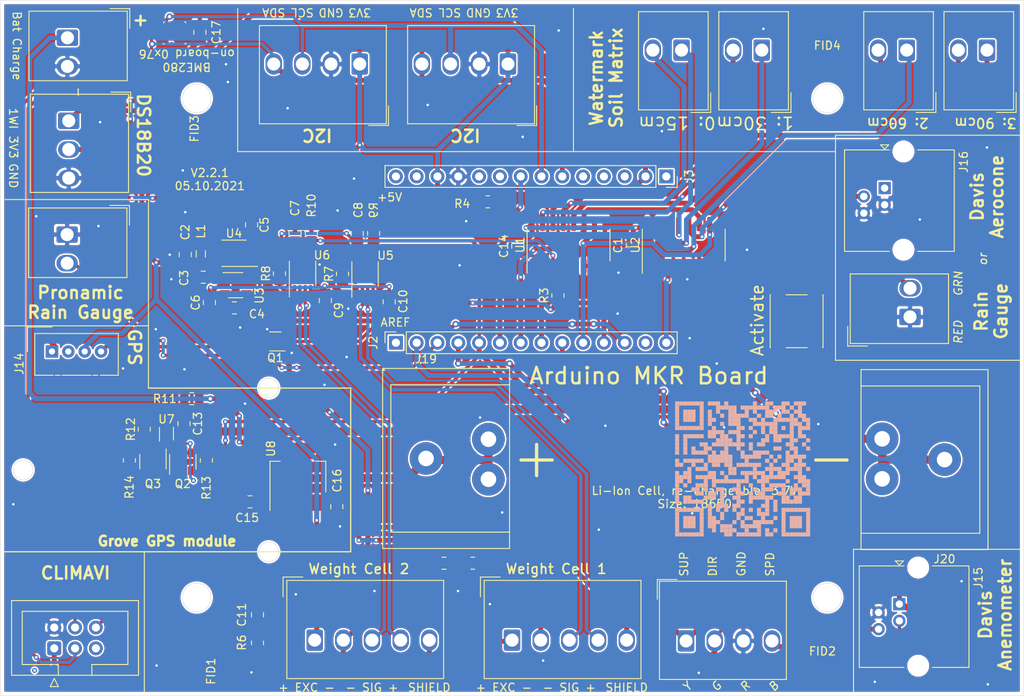
<source format=kicad_pcb>
(kicad_pcb (version 20171130) (host pcbnew "(5.1.10)-1")
  (layers (0 F.Cu signal) (31 B.Cu signal) (34 B.Paste user hide) (35 F.Paste user hide) (36 B.SilkS user) (37 F.SilkS user) (38 B.Mask user) (39 F.Mask user) (44 Edge.Cuts user))
  (net 0 "")
  (net 1 GND)
  (net 2 +3V3)
  (net 3 WM_EXC2)
  (net 4 DAVIS_WIND_SPD)
  (net 5 DAVIS_RAIN)
  (net 6 DAVIS_WIND_DIR)
  (net 7 AGV_MOISTURE_EN)
  (net 8 DS18B20_1W)
  (net 9 SDA)
  (net 10 SCL)
  (net 11 GPS_TX)
  (net 12 "Net-(J6-Pad2)")
  (net 13 "Net-(J6-Pad1)")
  (net 14 "Net-(J8-Pad2)")
  (net 15 "Net-(J8-Pad1)")
  (net 16 "Net-(J9-Pad2)")
  (net 17 "Net-(J9-Pad1)")
  (net 18 "Net-(J10-Pad2)")
  (net 19 "Net-(J10-Pad1)")
  (net 20 "Net-(J14-Pad4)")
  (net 21 GPS_SUP)
  (net 22 EXC-_1)
  (net 23 "Net-(C4-Pad2)")
  (net 24 "Net-(C4-Pad1)")
  (net 25 +5V)
  (net 26 -5V)
  (net 27 WEIGHT_EN)
  (net 28 WEIGHT_2)
  (net 29 SHLD1)
  (net 30 SIG-_1)
  (net 31 SIG+_1)
  (net 32 SHLD2)
  (net 33 SIG-_2)
  (net 34 SIG+_2)
  (net 35 "Net-(R7-Pad1)")
  (net 36 "Net-(R8-Pad2)")
  (net 37 "Net-(R8-Pad1)")
  (net 38 "Net-(Q3-Pad3)")
  (net 39 "Net-(C13-Pad1)")
  (net 40 VBAT+)
  (net 41 "Net-(R12-Pad2)")
  (net 42 "Net-(C13-Pad2)")
  (net 43 PRONAMIC_RAIN)
  (net 44 "Net-(Q2-Pad1)")
  (net 45 "Net-(Q2-Pad3)")
  (net 46 "Net-(L1-Pad2)")
  (net 47 "Net-(R7-Pad2)")
  (net 48 WM_SWITCH_SUP)
  (net 49 WM_B)
  (net 50 WM_A)
  (module AGV1k-700:QR_Code_agvolution.com (layer B.Cu) (at 90.66 57.28)
    (fp_text reference QR***** hide)
    (fp_text value QR_Code_agvolution.com hide)
  )
  (module AGV1k-700:Phoenix_19_84_96_3_1x02_P3.50mm_Vertical (layer F.Cu) (at 8.21 4.59 270)
    (fp_text reference J21 hide)
    (fp_text value Conn_01x02)
    (pad 1 thru_hole roundrect (at 0 0 270) (size 2 2.6) (drill 1.6) (layers *.Cu *.Mask) (roundrect_rratio 0.125) (net 40 VBAT+))
    (pad 2 thru_hole oval (at 3.5 0 270) (size 2 2.6) (drill 1.6) (layers *.Cu *.Mask) (net 1 GND))
  )
  (module AGV1k-700:NS-Tech_Grove_1x04_P2mm_Vertical (layer F.Cu) (at 6.32 42.93 90)
    (fp_text reference J14 (at -1.5 -4 90) (layer F.SilkS))
    (fp_text value Conn_01x04_Male)
    (pad 1 thru_hole rect (at 0 0 90) (size 1.524 1.524) (drill 0.762) (layers *.Cu *.Mask) (net 11 GPS_TX))
    (pad 2 thru_hole circle (at 0 2 90) (size 1.524 1.524) (drill 0.762) (layers *.Cu *.Mask))
    (pad 3 thru_hole circle (at 0 4 90) (size 1.524 1.524) (drill 0.762) (layers *.Cu *.Mask) (net 2 +3V3))
    (pad 4 thru_hole circle (at 0 6 90) (size 1.524 1.524) (drill 0.762) (layers *.Cu *.Mask) (net 20 "Net-(J14-Pad4)"))
  )
  (module AGV1k-700:Phoenix_19_84_98_9_1x04_P3.50mm_Vertical (layer F.Cu) (at 62 7.8 180)
    (fp_text reference J12 hide)
    (fp_text value Conn_01x04_Male)
    (pad 1 thru_hole roundrect (at 0 0 180) (size 2 2.6) (drill 1.6) (layers *.Cu *.Mask) (roundrect_rratio 0.125) (net 2 +3V3))
    (pad 2 thru_hole oval (at 3.5 0 180) (size 2 2.6) (drill 1.6) (layers *.Cu *.Mask) (net 1 GND))
    (pad 3 thru_hole oval (at 7 0 180) (size 2 2.6) (drill 1.6) (layers *.Cu *.Mask) (net 10 SCL))
    (pad 4 thru_hole oval (at 10.5 0 180) (size 2 2.6) (drill 1.6) (layers *.Cu *.Mask) (net 9 SDA))
  )
  (module AGV1k-700:SO-16_3.9x9.9mm_P1.27mm (layer F.Cu) (at 83.465 29.925 90)
    (fp_text reference U2 (at 0 -5.9 90) (layer F.SilkS))
    (fp_text value 4051)
    (pad 1 smd roundrect (at -2.575 -4.445 90) (size 1.75 0.6) (layers F.Cu F.Paste F.Mask))
    (pad 2 smd roundrect (at -2.575 -3.175 90) (size 1.75 0.6) (layers F.Cu F.Paste F.Mask))
    (pad 3 smd roundrect (at -2.575 -1.905 90) (size 1.75 0.6) (layers F.Cu F.Paste F.Mask) (net 3 WM_EXC2))
    (pad 4 smd roundrect (at -2.575 -0.635 90) (size 1.75 0.6) (layers F.Cu F.Paste F.Mask))
    (pad 5 smd roundrect (at -2.575 0.635 90) (size 1.75 0.6) (layers F.Cu F.Paste F.Mask))
    (pad 6 smd roundrect (at -2.575 1.905 90) (size 1.75 0.6) (layers F.Cu F.Paste F.Mask) (net 1 GND))
    (pad 7 smd roundrect (at -2.575 3.175 90) (size 1.75 0.6) (layers F.Cu F.Paste F.Mask) (net 1 GND))
    (pad 8 smd roundrect (at -2.575 4.445 90) (size 1.75 0.6) (layers F.Cu F.Paste F.Mask) (net 1 GND))
    (pad 9 smd roundrect (at 2.575 4.445 90) (size 1.75 0.6) (layers F.Cu F.Paste F.Mask) (net 1 GND))
    (pad 10 smd roundrect (at 2.575 3.175 90) (size 1.75 0.6) (layers F.Cu F.Paste F.Mask) (net 49 WM_B))
    (pad 11 smd roundrect (at 2.575 1.905 90) (size 1.75 0.6) (layers F.Cu F.Paste F.Mask) (net 50 WM_A))
    (pad 12 smd roundrect (at 2.575 0.635 90) (size 1.75 0.6) (layers F.Cu F.Paste F.Mask) (net 19 "Net-(J10-Pad1)"))
    (pad 13 smd roundrect (at 2.575 -0.635 90) (size 1.75 0.6) (layers F.Cu F.Paste F.Mask) (net 13 "Net-(J6-Pad1)"))
    (pad 14 smd roundrect (at 2.575 -1.905 90) (size 1.75 0.6) (layers F.Cu F.Paste F.Mask) (net 15 "Net-(J8-Pad1)"))
    (pad 15 smd roundrect (at 2.575 -3.175 90) (size 1.75 0.6) (layers F.Cu F.Paste F.Mask) (net 17 "Net-(J9-Pad1)"))
    (pad 16 smd roundrect (at 2.575 -4.445 90) (size 1.75 0.6) (layers F.Cu F.Paste F.Mask) (net 48 WM_SWITCH_SUP))
  )
  (module AGV1k-700:SO-16_3.9x9.9mm_P1.27mm (layer F.Cu) (at 69.4 29.9 90)
    (fp_text reference U1 (at 0 -5.9 90) (layer F.SilkS))
    (fp_text value 4051)
    (pad 1 smd roundrect (at -2.575 -4.445 90) (size 1.75 0.6) (layers F.Cu F.Paste F.Mask))
    (pad 2 smd roundrect (at -2.575 -3.175 90) (size 1.75 0.6) (layers F.Cu F.Paste F.Mask))
    (pad 3 smd roundrect (at -2.575 -1.905 90) (size 1.75 0.6) (layers F.Cu F.Paste F.Mask) (net 28 WEIGHT_2))
    (pad 4 smd roundrect (at -2.575 -0.635 90) (size 1.75 0.6) (layers F.Cu F.Paste F.Mask))
    (pad 5 smd roundrect (at -2.575 0.635 90) (size 1.75 0.6) (layers F.Cu F.Paste F.Mask))
    (pad 6 smd roundrect (at -2.575 1.905 90) (size 1.75 0.6) (layers F.Cu F.Paste F.Mask) (net 1 GND))
    (pad 7 smd roundrect (at -2.575 3.175 90) (size 1.75 0.6) (layers F.Cu F.Paste F.Mask) (net 1 GND))
    (pad 8 smd roundrect (at -2.575 4.445 90) (size 1.75 0.6) (layers F.Cu F.Paste F.Mask) (net 1 GND))
    (pad 9 smd roundrect (at 2.575 4.445 90) (size 1.75 0.6) (layers F.Cu F.Paste F.Mask) (net 1 GND))
    (pad 10 smd roundrect (at 2.575 3.175 90) (size 1.75 0.6) (layers F.Cu F.Paste F.Mask) (net 49 WM_B))
    (pad 11 smd roundrect (at 2.575 1.905 90) (size 1.75 0.6) (layers F.Cu F.Paste F.Mask) (net 50 WM_A))
    (pad 12 smd roundrect (at 2.575 0.635 90) (size 1.75 0.6) (layers F.Cu F.Paste F.Mask) (net 18 "Net-(J10-Pad2)"))
    (pad 13 smd roundrect (at 2.575 -0.635 90) (size 1.75 0.6) (layers F.Cu F.Paste F.Mask) (net 12 "Net-(J6-Pad2)"))
    (pad 14 smd roundrect (at 2.575 -1.905 90) (size 1.75 0.6) (layers F.Cu F.Paste F.Mask) (net 14 "Net-(J8-Pad2)"))
    (pad 15 smd roundrect (at 2.575 -3.175 90) (size 1.75 0.6) (layers F.Cu F.Paste F.Mask) (net 16 "Net-(J9-Pad2)"))
    (pad 16 smd roundrect (at 2.575 -4.445 90) (size 1.75 0.6) (layers F.Cu F.Paste F.Mask) (net 48 WM_SWITCH_SUP))
  )
  (module AGV1k-700:Phoenix_19_84_99_2_1x05_P3.50mm_Vertical (layer F.Cu) (at 38.4 78.2)
    (fp_text reference J18 hide)
    (fp_text value Conn_01x05_Female)
    (pad 1 thru_hole roundrect (at 0 0) (size 2 2.6) (drill 1.6) (layers *.Cu *.Mask) (roundrect_rratio 0.125) (net 2 +3V3))
    (pad 2 thru_hole oval (at 3.5 0) (size 2 2.6) (drill 1.6) (layers *.Cu *.Mask) (net 22 EXC-_1))
    (pad 3 thru_hole oval (at 7 0) (size 2 2.6) (drill 1.6) (layers *.Cu *.Mask) (net 34 SIG+_2))
    (pad 4 thru_hole oval (at 10.5 0) (size 2 2.6) (drill 1.6) (layers *.Cu *.Mask) (net 33 SIG-_2))
    (pad 5 thru_hole oval (at 14 0) (size 2 2.6) (drill 1.6) (layers *.Cu *.Mask) (net 32 SHLD2))
  )
  (module AGV1k-700:Phoenix_19_84_99_2_1x05_P3.50mm_Vertical (layer F.Cu) (at 62.5 78.2)
    (fp_text reference J17 hide)
    (fp_text value Conn_01x05_Female)
    (pad 1 thru_hole roundrect (at 0 0) (size 2 2.6) (drill 1.6) (layers *.Cu *.Mask) (roundrect_rratio 0.125) (net 2 +3V3))
    (pad 2 thru_hole oval (at 3.5 0) (size 2 2.6) (drill 1.6) (layers *.Cu *.Mask) (net 22 EXC-_1))
    (pad 3 thru_hole oval (at 7 0) (size 2 2.6) (drill 1.6) (layers *.Cu *.Mask) (net 31 SIG+_1))
    (pad 4 thru_hole oval (at 10.5 0) (size 2 2.6) (drill 1.6) (layers *.Cu *.Mask) (net 30 SIG-_1))
    (pad 5 thru_hole oval (at 14 0) (size 2 2.6) (drill 1.6) (layers *.Cu *.Mask) (net 29 SHLD1))
  )
  (module AGV1k-700:RJ14_Wuerth_615004138421_Horizontal (layer F.Cu) (at 108 22.96 270)
    (fp_text reference J16 (at -3.2 -9.64 270) (layer F.SilkS))
    (fp_text value RJ14)
    (pad "" np_thru_hole circle (at -4.47 -2.3 90) (size 2.3 2.3) (drill 2.3) (layers *.Cu *.Mask))
    (pad 1 thru_hole rect (at 0 0 90) (size 1.5 1.5) (drill 0.9) (layers *.Cu *.Mask))
    (pad 2 thru_hole circle (at 1.02 2.54 90) (size 1.5 1.5) (drill 0.9) (layers *.Cu *.Mask) (net 5 DAVIS_RAIN))
    (pad 3 thru_hole circle (at 2.04 0 90) (size 1.5 1.5) (drill 0.9) (layers *.Cu *.Mask) (net 1 GND))
    (pad "" np_thru_hole circle (at 7.53 -2.3 90) (size 2.3 2.3) (drill 2.3) (layers *.Cu *.Mask))
    (pad 4 thru_hole circle (at 3.06 2.54 90) (size 1.5 1.5) (drill 0.9) (layers *.Cu *.Mask) (net 1 GND))
  )
  (module AGV1k-700:RJ14_Wuerth_615004138421_Horizontal (layer F.Cu) (at 109.8 73.8 270)
    (fp_text reference J15 (at -3.2 -9.64 270) (layer F.SilkS))
    (fp_text value RJ14)
    (pad "" np_thru_hole circle (at -4.47 -2.3 90) (size 2.3 2.3) (drill 2.3) (layers *.Cu *.Mask))
    (pad 1 thru_hole rect (at 0 0 90) (size 1.5 1.5) (drill 0.9) (layers *.Cu *.Mask) (net 4 DAVIS_WIND_SPD))
    (pad 2 thru_hole circle (at 1.02 2.54 90) (size 1.5 1.5) (drill 0.9) (layers *.Cu *.Mask) (net 1 GND))
    (pad 3 thru_hole circle (at 2.04 0 90) (size 1.5 1.5) (drill 0.9) (layers *.Cu *.Mask) (net 6 DAVIS_WIND_DIR))
    (pad "" np_thru_hole circle (at 7.53 -2.3 90) (size 2.3 2.3) (drill 2.3) (layers *.Cu *.Mask))
    (pad 4 thru_hole circle (at 3.06 2.54 90) (size 1.5 1.5) (drill 0.9) (layers *.Cu *.Mask) (net 7 AGV_MOISTURE_EN))
  )
  (module AGV1k-700:Phoenix_19_84_97_6_1x03_P3.50mm_Vertical (layer F.Cu) (at 8.37 14.74 270)
    (fp_text reference J11 hide)
    (fp_text value Conn_01x03_Male)
    (pad 1 thru_hole roundrect (at 0 0 270) (size 2 2.6) (drill 1.6) (layers *.Cu *.Mask) (roundrect_rratio 0.125) (net 8 DS18B20_1W))
    (pad 2 thru_hole oval (at 3.5 0 270) (size 2 2.6) (drill 1.6) (layers *.Cu *.Mask) (net 2 +3V3))
    (pad 3 thru_hole oval (at 7 0 270) (size 2 2.6) (drill 1.6) (layers *.Cu *.Mask) (net 1 GND))
  )
  (module AGV1k-700:Phoenix_19_84_96_3_1x02_P3.50mm_Vertical (layer F.Cu) (at 120.5 6.1 180)
    (fp_text reference J10 hide)
    (fp_text value Conn_01x02_Male)
    (pad 1 thru_hole roundrect (at 0 0 180) (size 2 2.6) (drill 1.6) (layers *.Cu *.Mask) (roundrect_rratio 0.125) (net 19 "Net-(J10-Pad1)"))
    (pad 2 thru_hole oval (at 3.5 0 180) (size 2 2.6) (drill 1.6) (layers *.Cu *.Mask) (net 18 "Net-(J10-Pad2)"))
  )
  (module AGV1k-700:Phoenix_19_84_96_3_1x02_P3.50mm_Vertical (layer F.Cu) (at 110.7 6.1 180)
    (fp_text reference J9 hide)
    (fp_text value Conn_01x02_Male)
    (pad 1 thru_hole roundrect (at 0 0 180) (size 2 2.6) (drill 1.6) (layers *.Cu *.Mask) (roundrect_rratio 0.125) (net 17 "Net-(J9-Pad1)"))
    (pad 2 thru_hole oval (at 3.5 0 180) (size 2 2.6) (drill 1.6) (layers *.Cu *.Mask) (net 16 "Net-(J9-Pad2)"))
  )
  (module AGV1k-700:Phoenix_19_84_96_3_1x02_P3.50mm_Vertical (layer F.Cu) (at 93 6.1 180)
    (fp_text reference J8 hide)
    (fp_text value Conn_01x02_Male)
    (pad 1 thru_hole roundrect (at 0 0 180) (size 2 2.6) (drill 1.6) (layers *.Cu *.Mask) (roundrect_rratio 0.125) (net 15 "Net-(J8-Pad1)"))
    (pad 2 thru_hole oval (at 3.5 0 180) (size 2 2.6) (drill 1.6) (layers *.Cu *.Mask) (net 14 "Net-(J8-Pad2)"))
  )
  (module AGV1k-700:Phoenix_19_84_96_3_1x02_P3.50mm_Vertical (layer F.Cu) (at 83.2 6.1 180)
    (fp_text reference J6 hide)
    (fp_text value Conn_01x02_Male)
    (pad 1 thru_hole roundrect (at 0 0 180) (size 2 2.6) (drill 1.6) (layers *.Cu *.Mask) (roundrect_rratio 0.125) (net 13 "Net-(J6-Pad1)"))
    (pad 2 thru_hole oval (at 3.5 0 180) (size 2 2.6) (drill 1.6) (layers *.Cu *.Mask) (net 12 "Net-(J6-Pad2)"))
  )
  (module AGV1k-700:Phoenix_19_84_96_3_1x02_P3.50mm_Vertical (layer F.Cu) (at 111.1 38.7 90)
    (fp_text reference J5 hide)
    (fp_text value Conn_01x02_Male)
    (pad 1 thru_hole roundrect (at 0 0 90) (size 2 2.6) (drill 1.6) (layers *.Cu *.Mask) (roundrect_rratio 0.125) (net 1 GND))
    (pad 2 thru_hole oval (at 3.5 0 90) (size 2 2.6) (drill 1.6) (layers *.Cu *.Mask) (net 5 DAVIS_RAIN))
  )
  (module AGV1k-700:Phoenix_19_84_96_3_1x02_P3.50mm_Vertical (layer F.Cu) (at 8.17 28.64 270)
    (fp_text reference J1 hide)
    (fp_text value Conn_01x02_Male)
    (pad 1 thru_hole roundrect (at 0 0 270) (size 2 2.6) (drill 1.6) (layers *.Cu *.Mask) (roundrect_rratio 0.125) (net 1 GND))
    (pad 2 thru_hole oval (at 3.5 0 270) (size 2 2.6) (drill 1.6) (layers *.Cu *.Mask) (net 43 PRONAMIC_RAIN))
  )
  (module AGV1k-700:Phoenix_19_84_98_9_1x04_P3.50mm_Vertical (layer F.Cu) (at 43.9 7.8 180)
    (fp_text reference J13 hide)
    (fp_text value Conn_01x04_Male)
    (pad 1 thru_hole roundrect (at 0 0 180) (size 2 2.6) (drill 1.6) (layers *.Cu *.Mask) (roundrect_rratio 0.125) (net 2 +3V3))
    (pad 2 thru_hole oval (at 3.5 0 180) (size 2 2.6) (drill 1.6) (layers *.Cu *.Mask) (net 1 GND))
    (pad 3 thru_hole oval (at 7 0 180) (size 2 2.6) (drill 1.6) (layers *.Cu *.Mask) (net 10 SCL))
    (pad 4 thru_hole oval (at 10.5 0 180) (size 2 2.6) (drill 1.6) (layers *.Cu *.Mask) (net 9 SDA))
  )
  (module AGV1k-700:Phoenix_19_84_98_9_1x04_P3.50mm_Vertical (layer F.Cu) (at 83.75 78.3)
    (fp_text reference J4 hide)
    (fp_text value Conn_01x04_Male)
    (pad 1 thru_hole roundrect (at 0 0) (size 2 2.6) (drill 1.6) (layers *.Cu *.Mask) (roundrect_rratio 0.125) (net 7 AGV_MOISTURE_EN))
    (pad 2 thru_hole oval (at 3.5 0) (size 2 2.6) (drill 1.6) (layers *.Cu *.Mask) (net 6 DAVIS_WIND_DIR))
    (pad 3 thru_hole oval (at 7 0) (size 2 2.6) (drill 1.6) (layers *.Cu *.Mask) (net 1 GND))
    (pad 4 thru_hole oval (at 10.5 0) (size 2 2.6) (drill 1.6) (layers *.Cu *.Mask) (net 4 DAVIS_WIND_SPD))
  )
  (module AGV1k-700:BatteryClip_Keystone_54 (layer F.Cu) (at 115.32 56.14 180)
    (fp_text reference J20 (at 0 -12.15) (layer F.SilkS))
    (fp_text value Conn_01x01_Female)
    (pad 1 thru_hole circle (at 7.62 -2.354 180) (size 4 4) (drill 1.9) (layers *.Cu *.Mask) (net 42 "Net-(C13-Pad2)"))
    (pad 1 thru_hole circle (at 7.62 2.54 180) (size 4 4) (drill 1.9) (layers *.Cu *.Mask) (net 42 "Net-(C13-Pad2)"))
    (pad 1 thru_hole circle (at 0 0 180) (size 4 4) (drill 1.9) (layers *.Cu *.Mask) (net 42 "Net-(C13-Pad2)"))
  )
  (module AGV1k-700:BatteryClip_Keystone_54 (layer F.Cu) (at 52 56)
    (fp_text reference J19 (at 0 -12.15) (layer F.SilkS))
    (fp_text value Conn_01x01_Female)
    (pad 1 thru_hole circle (at 7.62 -2.354) (size 4 4) (drill 1.9) (layers *.Cu *.Mask) (net 40 VBAT+))
    (pad 1 thru_hole circle (at 7.62 2.54) (size 4 4) (drill 1.9) (layers *.Cu *.Mask) (net 40 VBAT+))
    (pad 1 thru_hole circle (at 0 0) (size 4 4) (drill 1.9) (layers *.Cu *.Mask) (net 40 VBAT+))
  )
  (module Package_LGA:Bosch_LGA-8_2.5x2.5mm_P0.65mm_ClockwisePinNumbering (layer F.Cu) (at 21.305 3.995 90)
    (fp_text reference U9 hide)
    (fp_text value BME280)
    (pad 5 smd rect (at 0.975 1.025 180) (size 0.5 0.35) (layers F.Cu F.Paste F.Mask) (net 1 GND))
    (pad 6 smd rect (at 0.325 1.025 180) (size 0.5 0.35) (layers F.Cu F.Paste F.Mask) (net 2 +3V3))
    (pad 7 smd rect (at -0.325 1.025 180) (size 0.5 0.35) (layers F.Cu F.Paste F.Mask) (net 1 GND))
    (pad 8 smd rect (at -0.975 1.025 180) (size 0.5 0.35) (layers F.Cu F.Paste F.Mask) (net 2 +3V3))
    (pad 1 smd rect (at -0.975 -1.025 180) (size 0.5 0.35) (layers F.Cu F.Paste F.Mask) (net 1 GND))
    (pad 2 smd rect (at -0.325 -1.025 180) (size 0.5 0.35) (layers F.Cu F.Paste F.Mask) (net 2 +3V3))
    (pad 3 smd rect (at 0.325 -1.025 180) (size 0.5 0.35) (layers F.Cu F.Paste F.Mask) (net 9 SDA))
    (pad 4 smd rect (at 0.975 -1.025 180) (size 0.5 0.35) (layers F.Cu F.Paste F.Mask) (net 10 SCL))
  )
  (module Capacitor_SMD:C_0805_2012Metric (layer F.Cu) (at 24.38 3.92 90)
    (fp_text reference C17 (at 0 2.002 90) (layer F.SilkS))
    (fp_text value 100nF)
    (pad 2 smd roundrect (at 0.95 0 90) (size 1 1.45) (layers F.Cu F.Paste F.Mask) (net 1 GND))
    (pad 1 smd roundrect (at -0.95 0 90) (size 1 1.45) (layers F.Cu F.Paste F.Mask) (net 2 +3V3))
  )
  (module Fiducial:Fiducial_1mm_Mask3mm (layer F.Cu) (at 101 3 180)
    (fp_text reference FID4 (at 0 -2.54) (layer F.SilkS))
    (fp_text value Fiducial)
    (pad "" smd circle (at 0 0 180) (size 1 1) (layers F.Cu F.Mask) (clearance 1))
  )
  (module Fiducial:Fiducial_1mm_Mask3mm (layer F.Cu) (at 21.18 15.71 270)
    (fp_text reference FID3 (at 0 -2.54 90) (layer F.SilkS))
    (fp_text value Fiducial)
    (pad "" smd circle (at 0 0 270) (size 1 1) (layers F.Cu F.Mask) (clearance 1))
  )
  (module Fiducial:Fiducial_1mm_Mask3mm (layer F.Cu) (at 100.4 82.1)
    (fp_text reference FID2 (at 0 -2.54) (layer F.SilkS))
    (fp_text value Fiducial)
    (pad "" smd circle (at 0 0) (size 1 1) (layers F.Cu F.Mask) (clearance 1))
  )
  (module Fiducial:Fiducial_1mm_Mask3mm (layer F.Cu) (at 23.2 82 270)
    (fp_text reference FID1 (at 0 -2.54 90) (layer F.SilkS))
    (fp_text value Fiducial)
    (pad "" smd circle (at 0 0 270) (size 1 1) (layers F.Cu F.Mask) (clearance 1))
  )
  (module Resistor_SMD:R_0805_2012Metric (layer F.Cu) (at 34.1 33.4 90)
    (fp_text reference R8 (at 0 -1.65 90) (layer F.SilkS))
    (fp_text value 150)
    (pad 2 smd roundrect (at 0.9125 0 90) (size 1.025 1.4) (layers F.Cu F.Paste F.Mask) (roundrect_rratio 0.243902) (net 36 "Net-(R8-Pad2)"))
    (pad 1 smd roundrect (at -0.9125 0 90) (size 1.025 1.4) (layers F.Cu F.Paste F.Mask) (roundrect_rratio 0.243902) (net 37 "Net-(R8-Pad1)"))
  )
  (module Resistor_SMD:R_0805_2012Metric (layer F.Cu) (at 41.8 33.45 90)
    (fp_text reference R7 (at 0 -1.65 90) (layer F.SilkS))
    (fp_text value 150)
    (pad 2 smd roundrect (at 0.9125 0 90) (size 1.025 1.4) (layers F.Cu F.Paste F.Mask) (roundrect_rratio 0.243902) (net 47 "Net-(R7-Pad2)"))
    (pad 1 smd roundrect (at -0.9125 0 90) (size 1.025 1.4) (layers F.Cu F.Paste F.Mask) (roundrect_rratio 0.243902) (net 35 "Net-(R7-Pad1)"))
  )
  (module Package_TO_SOT_SMD:TSOT-23-6 (layer F.Cu) (at 28.75 34.8)
    (fp_text reference U3 (at 2.9 1.3 90) (layer F.SilkS))
    (fp_text value LTC1983-5)
    (pad 6 smd rect (at 1.31 -0.95) (size 1.22 0.65) (layers F.Cu F.Paste F.Mask) (net 27 WEIGHT_EN))
    (pad 5 smd rect (at 1.31 0) (size 1.22 0.65) (layers F.Cu F.Paste F.Mask) (net 1 GND))
    (pad 4 smd rect (at 1.31 0.95) (size 1.22 0.65) (layers F.Cu F.Paste F.Mask) (net 24 "Net-(C4-Pad1)"))
    (pad 3 smd rect (at -1.31 0.95) (size 1.22 0.65) (layers F.Cu F.Paste F.Mask) (net 23 "Net-(C4-Pad2)"))
    (pad 2 smd rect (at -1.31 0) (size 1.22 0.65) (layers F.Cu F.Paste F.Mask) (net 26 -5V))
    (pad 1 smd rect (at -1.31 -0.95) (size 1.22 0.65) (layers F.Cu F.Paste F.Mask) (net 2 +3V3))
  )
  (module Capacitor_SMD:C_0805_2012Metric (layer F.Cu) (at 41.1 61.9 90)
    (fp_text reference C16 (at 3.2 0.05 90) (layer F.SilkS))
    (fp_text value 4.7uF)
    (pad 2 smd roundrect (at 0.95 0 90) (size 1 1.45) (layers F.Cu F.Paste F.Mask) (net 2 +3V3))
    (pad 1 smd roundrect (at -0.95 0 90) (size 1 1.45) (layers F.Cu F.Paste F.Mask) (net 1 GND))
  )
  (module Capacitor_SMD:C_0805_2012Metric (layer F.Cu) (at 30.5 61.3)
    (fp_text reference C15 (at -0.348 1.95) (layer F.SilkS))
    (fp_text value 4.7uF)
    (pad 2 smd roundrect (at 0.95 0) (size 1 1.45) (layers F.Cu F.Paste F.Mask) (net 40 VBAT+))
    (pad 1 smd roundrect (at -0.95 0) (size 1 1.45) (layers F.Cu F.Paste F.Mask) (net 1 GND))
  )
  (module Package_SO:MSOP-8-1EP_3x3mm_P0.65mm_EP1.68x1.88mm (layer F.Cu) (at 36.92 33.38 90)
    (fp_text reference U6 (at 2.23 2.38 180) (layer F.SilkS))
    (fp_text value INA126)
    (pad 1 smd roundrect (at -2.15 -0.975 90) (size 1.45 0.4) (layers F.Cu F.Paste F.Mask) (net 37 "Net-(R8-Pad1)"))
    (pad 2 smd roundrect (at -2.15 -0.325 90) (size 1.45 0.4) (layers F.Cu F.Paste F.Mask) (net 34 SIG+_2))
    (pad 3 smd roundrect (at -2.15 0.325 90) (size 1.45 0.4) (layers F.Cu F.Paste F.Mask) (net 33 SIG-_2))
    (pad 4 smd roundrect (at -2.15 0.975 90) (size 1.45 0.4) (layers F.Cu F.Paste F.Mask) (net 26 -5V))
    (pad 5 smd roundrect (at 2.15 0.975 90) (size 1.45 0.4) (layers F.Cu F.Paste F.Mask) (net 1 GND))
    (pad 6 smd roundrect (at 2.15 0.325 90) (size 1.45 0.4) (layers F.Cu F.Paste F.Mask) (net 28 WEIGHT_2))
    (pad 7 smd roundrect (at 2.15 -0.325 90) (size 1.45 0.4) (layers F.Cu F.Paste F.Mask) (net 25 +5V))
    (pad 8 smd roundrect (at 2.15 -0.975 90) (size 1.45 0.4) (layers F.Cu F.Paste F.Mask) (net 36 "Net-(R8-Pad2)"))
    (pad 9 smd rect (at 0 0 90) (size 1.68 1.88) (layers F.Cu F.Mask))
  )
  (module Package_SO:MSOP-8-1EP_3x3mm_P0.65mm_EP1.68x1.88mm (layer F.Cu) (at 44.55 33.45 90)
    (fp_text reference U5 (at 2.25 2.5 180) (layer F.SilkS))
    (fp_text value INA126)
    (pad 1 smd roundrect (at -2.15 -0.975 90) (size 1.45 0.4) (layers F.Cu F.Paste F.Mask) (net 35 "Net-(R7-Pad1)"))
    (pad 2 smd roundrect (at -2.15 -0.325 90) (size 1.45 0.4) (layers F.Cu F.Paste F.Mask) (net 31 SIG+_1))
    (pad 3 smd roundrect (at -2.15 0.325 90) (size 1.45 0.4) (layers F.Cu F.Paste F.Mask) (net 30 SIG-_1))
    (pad 4 smd roundrect (at -2.15 0.975 90) (size 1.45 0.4) (layers F.Cu F.Paste F.Mask) (net 26 -5V))
    (pad 5 smd roundrect (at 2.15 0.975 90) (size 1.45 0.4) (layers F.Cu F.Paste F.Mask) (net 1 GND))
    (pad 6 smd roundrect (at 2.15 0.325 90) (size 1.45 0.4) (layers F.Cu F.Paste F.Mask) (net 7 AGV_MOISTURE_EN))
    (pad 7 smd roundrect (at 2.15 -0.325 90) (size 1.45 0.4) (layers F.Cu F.Paste F.Mask) (net 25 +5V))
    (pad 8 smd roundrect (at 2.15 -0.975 90) (size 1.45 0.4) (layers F.Cu F.Paste F.Mask) (net 47 "Net-(R7-Pad2)"))
    (pad 9 smd rect (at 0 0 90) (size 1.68 1.88) (layers F.Cu F.Mask))
  )
  (module Package_SO:MSOP-8-1EP_3x3mm_P0.65mm_EP1.68x1.88mm (layer F.Cu) (at 28.55 30.925 180)
    (fp_text reference U4 (at 0 2.425) (layer F.SilkS))
    (fp_text value MCP1642B-50)
    (pad 1 smd roundrect (at -2.15 -0.975 180) (size 1.45 0.4) (layers F.Cu F.Paste F.Mask) (net 27 WEIGHT_EN))
    (pad 2 smd roundrect (at -2.15 -0.325 180) (size 1.45 0.4) (layers F.Cu F.Paste F.Mask))
    (pad 3 smd roundrect (at -2.15 0.325 180) (size 1.45 0.4) (layers F.Cu F.Paste F.Mask))
    (pad 4 smd roundrect (at -2.15 0.975 180) (size 1.45 0.4) (layers F.Cu F.Paste F.Mask) (net 25 +5V))
    (pad 5 smd roundrect (at 2.15 0.975 180) (size 1.45 0.4) (layers F.Cu F.Paste F.Mask) (net 46 "Net-(L1-Pad2)"))
    (pad 6 smd roundrect (at 2.15 0.325 180) (size 1.45 0.4) (layers F.Cu F.Paste F.Mask) (net 1 GND))
    (pad 7 smd roundrect (at 2.15 -0.325 180) (size 1.45 0.4) (layers F.Cu F.Paste F.Mask) (net 1 GND))
    (pad 8 smd roundrect (at 2.15 -0.975 180) (size 1.45 0.4) (layers F.Cu F.Paste F.Mask) (net 2 +3V3))
    (pad 9 smd rect (at 0 0 180) (size 1.68 1.88) (layers F.Cu F.Mask))
  )
  (module Package_TO_SOT_SMD:SOT-363_SC-70-6 (layer F.Cu) (at 33.6 41.7 180)
    (fp_text reference Q1 (at 0 -2) (layer F.SilkS))
    (fp_text value DMN65D8LDW)
    (pad 6 smd rect (at 0.95 -0.65 180) (size 0.65 0.4) (layers F.Cu F.Paste F.Mask) (net 20 "Net-(J14-Pad4)"))
    (pad 4 smd rect (at 0.95 0.65 180) (size 0.65 0.4) (layers F.Cu F.Paste F.Mask) (net 1 GND))
    (pad 2 smd rect (at -0.95 0 180) (size 0.65 0.4) (layers F.Cu F.Paste F.Mask) (net 21 GPS_SUP))
    (pad 5 smd rect (at 0.95 0 180) (size 0.65 0.4) (layers F.Cu F.Paste F.Mask) (net 27 WEIGHT_EN))
    (pad 3 smd rect (at -0.95 0.65 180) (size 0.65 0.4) (layers F.Cu F.Paste F.Mask) (net 22 EXC-_1))
    (pad 1 smd rect (at -0.95 -0.65 180) (size 0.65 0.4) (layers F.Cu F.Paste F.Mask) (net 1 GND))
  )
  (module Capacitor_SMD:C_0805_2012Metric (layer F.Cu) (at 63.2 30.05 270)
    (fp_text reference C14 (at 0 1.7 90) (layer F.SilkS))
    (fp_text value 100nF)
    (pad 2 smd roundrect (at 0.95 0 270) (size 1 1.45) (layers F.Cu F.Paste F.Mask) (net 1 GND))
    (pad 1 smd roundrect (at -0.95 0 270) (size 1 1.45) (layers F.Cu F.Paste F.Mask) (net 48 WM_SWITCH_SUP))
  )
  (module Capacitor_SMD:C_0805_2012Metric (layer F.Cu) (at 77.2 29.95 270)
    (fp_text reference C1 (at 0 1.75 90) (layer F.SilkS))
    (fp_text value 100nF)
    (pad 2 smd roundrect (at 0.95 0 270) (size 1 1.45) (layers F.Cu F.Paste F.Mask) (net 1 GND))
    (pad 1 smd roundrect (at -0.95 0 270) (size 1 1.45) (layers F.Cu F.Paste F.Mask) (net 48 WM_SWITCH_SUP))
  )
  (module Resistor_SMD:R_0805_2012Metric (layer F.Cu) (at 59.5395 24.638 180)
    (fp_text reference R4 (at 3.1245 -0.23) (layer F.SilkS))
    (fp_text value 10k)
    (pad 2 smd roundrect (at 0.9125 0 180) (size 1.025 1.4) (layers F.Cu F.Paste F.Mask) (roundrect_rratio 0.243902) (net 2 +3V3))
    (pad 1 smd roundrect (at -0.9125 0 180) (size 1.025 1.4) (layers F.Cu F.Paste F.Mask) (roundrect_rratio 0.243902) (net 8 DS18B20_1W))
  )
  (module Resistor_SMD:R_0805_2012Metric (layer F.Cu) (at 68.1 36.0875 270)
    (fp_text reference R3 (at 0.006 1.685 90) (layer F.SilkS))
    (fp_text value 7.87k)
    (pad 2 smd roundrect (at 0.9125 0 270) (size 1.025 1.4) (layers F.Cu F.Paste F.Mask) (roundrect_rratio 0.243902) (net 27 WEIGHT_EN))
    (pad 1 smd roundrect (at -0.9125 0 270) (size 1.025 1.4) (layers F.Cu F.Paste F.Mask) (roundrect_rratio 0.243902) (net 28 WEIGHT_2))
  )
  (module Button_Switch_SMD:SW_SPST_PTS645 (layer F.Cu) (at 97.25 39.23 270)
    (fp_text reference SW1 hide)
    (fp_text value SW_Push)
    (pad 2 smd rect (at 3.98 2.25 270) (size 1.55 1.3) (layers F.Cu F.Paste F.Mask) (net 42 "Net-(C13-Pad2)"))
    (pad 1 smd rect (at 3.98 -2.25 270) (size 1.55 1.3) (layers F.Cu F.Paste F.Mask) (net 1 GND))
    (pad 1 smd rect (at -3.98 -2.25 270) (size 1.55 1.3) (layers F.Cu F.Paste F.Mask) (net 1 GND))
    (pad 2 smd rect (at -3.98 2.25 270) (size 1.55 1.3) (layers F.Cu F.Paste F.Mask) (net 42 "Net-(C13-Pad2)"))
  )
  (module Connector_PinSocket_2.54mm:PinSocket_1x14_P2.54mm_Vertical (layer F.Cu) (at 81.34 21.54 270)
    (fp_text reference J3 (at 0 -2.77 90) (layer F.SilkS))
    (fp_text value Conn_01x14_Female)
    (pad 1 thru_hole rect (at 0 0 270) (size 1.7 1.7) (drill 1) (layers *.Cu *.Mask))
    (pad 2 thru_hole oval (at 0 2.54 270) (size 1.7 1.7) (drill 1) (layers *.Cu *.Mask) (net 8 DS18B20_1W))
    (pad 3 thru_hole oval (at 0 5.08 270) (size 1.7 1.7) (drill 1) (layers *.Cu *.Mask))
    (pad 4 thru_hole oval (at 0 7.62 270) (size 1.7 1.7) (drill 1) (layers *.Cu *.Mask))
    (pad 5 thru_hole oval (at 0 10.16 270) (size 1.7 1.7) (drill 1) (layers *.Cu *.Mask))
    (pad 6 thru_hole oval (at 0 12.7 270) (size 1.7 1.7) (drill 1) (layers *.Cu *.Mask) (net 9 SDA))
    (pad 7 thru_hole oval (at 0 15.24 270) (size 1.7 1.7) (drill 1) (layers *.Cu *.Mask) (net 10 SCL))
    (pad 8 thru_hole oval (at 0 17.78 270) (size 1.7 1.7) (drill 1) (layers *.Cu *.Mask) (net 11 GPS_TX))
    (pad 9 thru_hole oval (at 0 20.32 270) (size 1.7 1.7) (drill 1) (layers *.Cu *.Mask))
    (pad 10 thru_hole oval (at 0 22.86 270) (size 1.7 1.7) (drill 1) (layers *.Cu *.Mask))
    (pad 11 thru_hole oval (at 0 25.4 270) (size 1.7 1.7) (drill 1) (layers *.Cu *.Mask) (net 1 GND))
    (pad 12 thru_hole oval (at 0 27.94 270) (size 1.7 1.7) (drill 1) (layers *.Cu *.Mask) (net 2 +3V3))
    (pad 13 thru_hole oval (at 0 30.48 270) (size 1.7 1.7) (drill 1) (layers *.Cu *.Mask))
    (pad 14 thru_hole oval (at 0 33.02 270) (size 1.7 1.7) (drill 1) (layers *.Cu *.Mask))
  )
  (module Connector_PinSocket_2.54mm:PinSocket_1x14_P2.54mm_Vertical (layer F.Cu) (at 48.32 41.86 90)
    (fp_text reference J2 (at 0 -2.77 90) (layer F.SilkS))
    (fp_text value Conn_01x14_Female)
    (pad 1 thru_hole rect (at 0 0 90) (size 1.7 1.7) (drill 1) (layers *.Cu *.Mask))
    (pad 2 thru_hole oval (at 0 2.54 90) (size 1.7 1.7) (drill 1) (layers *.Cu *.Mask) (net 6 DAVIS_WIND_DIR))
    (pad 3 thru_hole oval (at 0 5.08 90) (size 1.7 1.7) (drill 1) (layers *.Cu *.Mask) (net 43 PRONAMIC_RAIN))
    (pad 4 thru_hole oval (at 0 7.62 90) (size 1.7 1.7) (drill 1) (layers *.Cu *.Mask) (net 4 DAVIS_WIND_SPD))
    (pad 5 thru_hole oval (at 0 10.16 90) (size 1.7 1.7) (drill 1) (layers *.Cu *.Mask) (net 7 AGV_MOISTURE_EN))
    (pad 6 thru_hole oval (at 0 12.7 90) (size 1.7 1.7) (drill 1) (layers *.Cu *.Mask) (net 48 WM_SWITCH_SUP))
    (pad 7 thru_hole oval (at 0 15.24 90) (size 1.7 1.7) (drill 1) (layers *.Cu *.Mask) (net 50 WM_A))
    (pad 8 thru_hole oval (at 0 17.78 90) (size 1.7 1.7) (drill 1) (layers *.Cu *.Mask) (net 28 WEIGHT_2))
    (pad 9 thru_hole oval (at 0 20.32 90) (size 1.7 1.7) (drill 1) (layers *.Cu *.Mask) (net 5 DAVIS_RAIN))
    (pad 10 thru_hole oval (at 0 22.86 90) (size 1.7 1.7) (drill 1) (layers *.Cu *.Mask) (net 49 WM_B))
    (pad 11 thru_hole oval (at 0 25.4 90) (size 1.7 1.7) (drill 1) (layers *.Cu *.Mask) (net 27 WEIGHT_EN))
    (pad 12 thru_hole oval (at 0 27.94 90) (size 1.7 1.7) (drill 1) (layers *.Cu *.Mask) (net 21 GPS_SUP))
    (pad 13 thru_hole oval (at 0 30.48 90) (size 1.7 1.7) (drill 1) (layers *.Cu *.Mask))
    (pad 14 thru_hole oval (at 0 33.02 90) (size 1.7 1.7) (drill 1) (layers *.Cu *.Mask) (net 3 WM_EXC2))
  )
  (module Connector_IDC:IDC-Header_2x03_P2.54mm_Vertical (layer F.Cu) (at 6.6 79.2 90)
    (fp_text reference J7 hide)
    (fp_text value Conn_02x03_Odd_Even)
    (pad 6 thru_hole circle (at 2.54 5.08 90) (size 1.7 1.7) (drill 1) (layers *.Cu *.Mask) (net 7 AGV_MOISTURE_EN))
    (pad 4 thru_hole circle (at 2.54 2.54 90) (size 1.7 1.7) (drill 1) (layers *.Cu *.Mask) (net 9 SDA))
    (pad 2 thru_hole circle (at 2.54 0 90) (size 1.7 1.7) (drill 1) (layers *.Cu *.Mask) (net 1 GND))
    (pad 5 thru_hole circle (at 0 5.08 90) (size 1.7 1.7) (drill 1) (layers *.Cu *.Mask))
    (pad 3 thru_hole circle (at 0 2.54 90) (size 1.7 1.7) (drill 1) (layers *.Cu *.Mask) (net 10 SCL))
    (pad 1 thru_hole roundrect (at 0 0 90) (size 1.7 1.7) (drill 1) (layers *.Cu *.Mask) (roundrect_rratio 0.147059) (net 2 +3V3))
  )
  (module Package_TO_SOT_SMD:SOT-223-3_TabPin2 (layer F.Cu) (at 36.35 58.25 90)
    (fp_text reference U8 (at 3.45 -3.3 270) (layer F.SilkS))
    (fp_text value ZLDO1117G33TA)
    (pad 1 smd rect (at -3.15 -2.3 90) (size 2 1.5) (layers F.Cu F.Paste F.Mask) (net 40 VBAT+))
    (pad 3 smd rect (at -3.15 2.3 90) (size 2 1.5) (layers F.Cu F.Paste F.Mask) (net 2 +3V3))
    (pad 2 smd rect (at -3.15 0 90) (size 2 1.5) (layers F.Cu F.Paste F.Mask) (net 1 GND))
    (pad 2 smd rect (at 3.15 0 90) (size 2 3.8) (layers F.Cu F.Paste F.Mask) (net 1 GND))
  )
  (module Resistor_SMD:R_0805_2012Metric (layer F.Cu) (at 15.776 56.2375 90)
    (fp_text reference R14 (at -3.2625 0 90) (layer F.SilkS))
    (fp_text value 4.7M)
    (pad 2 smd roundrect (at 0.9125 0 90) (size 1.025 1.4) (layers F.Cu F.Paste F.Mask) (roundrect_rratio 0.243902) (net 38 "Net-(Q3-Pad3)"))
    (pad 1 smd roundrect (at -0.9125 0 90) (size 1.025 1.4) (layers F.Cu F.Paste F.Mask) (roundrect_rratio 0.243902) (net 1 GND))
  )
  (module Resistor_SMD:R_0805_2012Metric (layer F.Cu) (at 25.174 56.2375 270)
    (fp_text reference R13 (at 3.3625 0 90) (layer F.SilkS))
    (fp_text value 4.7M)
    (pad 2 smd roundrect (at 0.9125 0 270) (size 1.025 1.4) (layers F.Cu F.Paste F.Mask) (roundrect_rratio 0.243902) (net 45 "Net-(Q2-Pad3)"))
    (pad 1 smd roundrect (at -0.9125 0 270) (size 1.025 1.4) (layers F.Cu F.Paste F.Mask) (roundrect_rratio 0.243902) (net 42 "Net-(C13-Pad2)"))
  )
  (module Resistor_SMD:R_0805_2012Metric (layer F.Cu) (at 17.588 52.4305 90)
    (fp_text reference R12 (at 0 -1.65 270) (layer F.SilkS))
    (fp_text value 2k2)
    (pad 2 smd roundrect (at 0.9125 0 90) (size 1.025 1.4) (layers F.Cu F.Paste F.Mask) (roundrect_rratio 0.243902) (net 41 "Net-(R12-Pad2)"))
    (pad 1 smd roundrect (at -0.9125 0 90) (size 1.025 1.4) (layers F.Cu F.Paste F.Mask) (roundrect_rratio 0.243902) (net 1 GND))
  )
  (module Resistor_SMD:R_0805_2012Metric (layer F.Cu) (at 23.4 48.7 180)
    (fp_text reference R11 (at 3.3 0 180) (layer F.SilkS))
    (fp_text value 330)
    (pad 2 smd roundrect (at 0.9125 0 180) (size 1.025 1.4) (layers F.Cu F.Paste F.Mask) (roundrect_rratio 0.243902) (net 39 "Net-(C13-Pad1)"))
    (pad 1 smd roundrect (at -0.9125 0 180) (size 1.025 1.4) (layers F.Cu F.Paste F.Mask) (roundrect_rratio 0.243902) (net 40 VBAT+))
  )
  (module Package_TO_SOT_SMD:SOT-23-6 (layer F.Cu) (at 22.3 56.41 90)
    (fp_text reference Q2 (at -2.69 0 180) (layer F.SilkS))
    (fp_text value DMN3115UDM)
    (pad 5 smd rect (at 1.1 0 90) (size 1.06 0.65) (layers F.Cu F.Paste F.Mask) (net 44 "Net-(Q2-Pad1)"))
    (pad 6 smd rect (at 1.1 -0.95 90) (size 1.06 0.65) (layers F.Cu F.Paste F.Mask) (net 44 "Net-(Q2-Pad1)"))
    (pad 4 smd rect (at 1.1 0.95 90) (size 1.06 0.65) (layers F.Cu F.Paste F.Mask) (net 42 "Net-(C13-Pad2)"))
    (pad 3 smd rect (at -1.1 0.95 90) (size 1.06 0.65) (layers F.Cu F.Paste F.Mask) (net 45 "Net-(Q2-Pad3)"))
    (pad 2 smd rect (at -1.1 0 90) (size 1.06 0.65) (layers F.Cu F.Paste F.Mask) (net 44 "Net-(Q2-Pad1)"))
    (pad 1 smd rect (at -1.1 -0.95 90) (size 1.06 0.65) (layers F.Cu F.Paste F.Mask) (net 44 "Net-(Q2-Pad1)"))
  )
  (module Capacitor_SMD:C_0805_2012Metric (layer F.Cu) (at 22.45 51.75 270)
    (fp_text reference C13 (at 0 -1.68 90) (layer F.SilkS))
    (fp_text value 100nF)
    (pad 2 smd roundrect (at 0.95 0 270) (size 1 1.45) (layers F.Cu F.Paste F.Mask) (net 42 "Net-(C13-Pad2)"))
    (pad 1 smd roundrect (at -0.95 0 270) (size 1 1.45) (layers F.Cu F.Paste F.Mask) (net 39 "Net-(C13-Pad1)"))
  )
  (module Package_SON:WSON-6_1.5x1.5mm_P0.5mm (layer F.Cu) (at 20.3 52.95 90)
    (fp_text reference U7 (at 1.75 0 180) (layer F.SilkS))
    (fp_text value BQ297xy)
    (pad 1 smd rect (at -0.525 -0.5) (size 0.28 0.85) (layers F.Cu F.Paste F.Mask))
    (pad 2 smd rect (at -0.575 0) (size 0.28 0.75) (layers F.Cu F.Paste F.Mask) (net 38 "Net-(Q3-Pad3)"))
    (pad 3 smd rect (at -0.575 0.5) (size 0.28 0.75) (layers F.Cu F.Paste F.Mask) (net 45 "Net-(Q2-Pad3)"))
    (pad 4 smd rect (at 0.575 0.5) (size 0.28 0.75) (layers F.Cu F.Paste F.Mask) (net 42 "Net-(C13-Pad2)"))
    (pad 5 smd rect (at 0.575 0) (size 0.28 0.75) (layers F.Cu F.Paste F.Mask) (net 39 "Net-(C13-Pad1)"))
    (pad 6 smd rect (at 0.575 -0.5) (size 0.28 0.75) (layers F.Cu F.Paste F.Mask) (net 41 "Net-(R12-Pad2)"))
  )
  (module Package_TO_SOT_SMD:SOT-23-6 (layer F.Cu) (at 18.65 56.4 270)
    (fp_text reference Q3 (at 2.7 0 180) (layer F.SilkS))
    (fp_text value DMN3115UDM)
    (pad 5 smd rect (at 1.1 0 270) (size 1.06 0.65) (layers F.Cu F.Paste F.Mask) (net 44 "Net-(Q2-Pad1)"))
    (pad 6 smd rect (at 1.1 -0.95 270) (size 1.06 0.65) (layers F.Cu F.Paste F.Mask) (net 44 "Net-(Q2-Pad1)"))
    (pad 4 smd rect (at 1.1 0.95 270) (size 1.06 0.65) (layers F.Cu F.Paste F.Mask) (net 1 GND))
    (pad 3 smd rect (at -1.1 0.95 270) (size 1.06 0.65) (layers F.Cu F.Paste F.Mask) (net 38 "Net-(Q3-Pad3)"))
    (pad 2 smd rect (at -1.1 0 270) (size 1.06 0.65) (layers F.Cu F.Paste F.Mask) (net 44 "Net-(Q2-Pad1)"))
    (pad 1 smd rect (at -1.1 -0.95 270) (size 1.06 0.65) (layers F.Cu F.Paste F.Mask) (net 44 "Net-(Q2-Pad1)"))
  )
  (module Capacitor_SMD:C_0805_2012Metric (layer F.Cu) (at 54.2 68.8)
    (fp_text reference C12 hide)
    (fp_text value 100nF)
    (pad 1 smd roundrect (at -0.95 0) (size 1 1.45) (layers F.Cu F.Paste F.Mask) (net 2 +3V3))
    (pad 2 smd roundrect (at 0.95 0) (size 1 1.45) (layers F.Cu F.Paste F.Mask) (net 22 EXC-_1))
  )
  (module Capacitor_SMD:C_0805_2012Metric (layer F.Cu) (at 31.42 75.1 270)
    (fp_text reference C11 (at 0 1.92 90) (layer F.SilkS))
    (fp_text value 100nF)
    (pad 1 smd roundrect (at -0.95 0 270) (size 1 1.45) (layers F.Cu F.Paste F.Mask) (net 2 +3V3))
    (pad 2 smd roundrect (at 0.95 0 270) (size 1 1.45) (layers F.Cu F.Paste F.Mask) (net 22 EXC-_1))
  )
  (module Resistor_SMD:R_0805_2012Metric (layer F.Cu) (at 38 28.4125 90)
    (fp_text reference R10 (at 3.3255 0 90) (layer F.SilkS))
    (fp_text value 33k)
    (pad 1 smd roundrect (at -0.9125 0 90) (size 1.025 1.4) (layers F.Cu F.Paste F.Mask) (roundrect_rratio 0.243902) (net 28 WEIGHT_2))
    (pad 2 smd roundrect (at 0.9125 0 90) (size 1.025 1.4) (layers F.Cu F.Paste F.Mask) (roundrect_rratio 0.243902) (net 1 GND))
  )
  (module Resistor_SMD:R_0805_2012Metric (layer F.Cu) (at 45.6 28.4875 90)
    (fp_text reference R9 (at 2.8375 0 90) (layer F.SilkS) (effects (justify mirror)))
    (fp_text value 33k)
    (pad 1 smd roundrect (at -0.9125 0 90) (size 1.025 1.4) (layers F.Cu F.Paste F.Mask) (roundrect_rratio 0.243902) (net 7 AGV_MOISTURE_EN))
    (pad 2 smd roundrect (at 0.9125 0 90) (size 1.025 1.4) (layers F.Cu F.Paste F.Mask) (roundrect_rratio 0.243902) (net 1 GND))
  )
  (module Resistor_SMD:R_0805_2012Metric (layer F.Cu) (at 31.42 78.5375 270)
    (fp_text reference R6 (at -0.0375 1.92 90) (layer F.SilkS))
    (fp_text value 0)
    (pad 1 smd roundrect (at -0.9125 0 270) (size 1.025 1.4) (layers F.Cu F.Paste F.Mask) (roundrect_rratio 0.243902) (net 22 EXC-_1))
    (pad 2 smd roundrect (at 0.9125 0 270) (size 1.025 1.4) (layers F.Cu F.Paste F.Mask) (roundrect_rratio 0.243902) (net 32 SHLD2))
  )
  (module Resistor_SMD:R_0805_2012Metric (layer F.Cu) (at 57.7 68.8)
    (fp_text reference R5 hide)
    (fp_text value 0)
    (pad 1 smd roundrect (at -0.9125 0) (size 1.025 1.4) (layers F.Cu F.Paste F.Mask) (roundrect_rratio 0.243902) (net 22 EXC-_1))
    (pad 2 smd roundrect (at 0.9125 0) (size 1.025 1.4) (layers F.Cu F.Paste F.Mask) (roundrect_rratio 0.243902) (net 29 SHLD1))
  )
  (module Inductor_SMD:L_0805_2012Metric (layer F.Cu) (at 24.5 31 90)
    (fp_text reference L1 (at 2.75 0 270) (layer F.SilkS))
    (fp_text value 4.7uH)
    (pad 1 smd roundrect (at -1.0625 0 90) (size 0.875 1.2) (layers F.Cu F.Paste F.Mask) (net 2 +3V3))
    (pad 2 smd roundrect (at 1.0625 0 90) (size 0.875 1.2) (layers F.Cu F.Paste F.Mask) (net 46 "Net-(L1-Pad2)"))
  )
  (module Capacitor_SMD:C_0805_2012Metric (layer F.Cu) (at 47.498 36.85 270)
    (fp_text reference C10 (at -0.05 -1.7 270) (layer F.SilkS))
    (fp_text value 100nF)
    (pad 1 smd roundrect (at -0.95 0 270) (size 1 1.45) (layers F.Cu F.Paste F.Mask) (net 26 -5V))
    (pad 2 smd roundrect (at 0.95 0 270) (size 1 1.45) (layers F.Cu F.Paste F.Mask) (net 1 GND))
  )
  (module Capacitor_SMD:C_0805_2012Metric (layer F.Cu) (at 39.7 36.7 270)
    (fp_text reference C9 (at 1.2 -1.65 270) (layer F.SilkS))
    (fp_text value 100nF)
    (pad 1 smd roundrect (at -0.95 0 270) (size 1 1.45) (layers F.Cu F.Paste F.Mask) (net 26 -5V))
    (pad 2 smd roundrect (at 0.95 0 270) (size 1 1.45) (layers F.Cu F.Paste F.Mask) (net 1 GND))
  )
  (module Capacitor_SMD:C_0805_2012Metric (layer F.Cu) (at 43.6 28.5 90)
    (fp_text reference C8 (at 2.86 0.127 90) (layer F.SilkS))
    (fp_text value 100nF)
    (pad 1 smd roundrect (at -0.95 0 90) (size 1 1.45) (layers F.Cu F.Paste F.Mask) (net 25 +5V))
    (pad 2 smd roundrect (at 0.95 0 90) (size 1 1.45) (layers F.Cu F.Paste F.Mask) (net 1 GND))
  )
  (module Capacitor_SMD:C_0805_2012Metric (layer F.Cu) (at 36 28.4 90)
    (fp_text reference C7 (at 2.982 0 90) (layer F.SilkS))
    (fp_text value 100nF)
    (pad 1 smd roundrect (at -0.95 0 90) (size 1 1.45) (layers F.Cu F.Paste F.Mask) (net 25 +5V))
    (pad 2 smd roundrect (at 0.95 0 90) (size 1 1.45) (layers F.Cu F.Paste F.Mask) (net 1 GND))
  )
  (module Capacitor_SMD:C_0805_2012Metric (layer F.Cu) (at 25.55 36.95 270)
    (fp_text reference C6 (at 0 1.7 270) (layer F.SilkS))
    (fp_text value 100nF)
    (pad 1 smd roundrect (at -0.95 0 270) (size 1 1.45) (layers F.Cu F.Paste F.Mask) (net 26 -5V))
    (pad 2 smd roundrect (at 0.95 0 270) (size 1 1.45) (layers F.Cu F.Paste F.Mask) (net 1 GND))
  )
  (module Capacitor_SMD:C_0805_2012Metric (layer F.Cu) (at 30.7 27.45 90)
    (fp_text reference C5 (at 0 1.554 90) (layer F.SilkS))
    (fp_text value 100nF)
    (pad 1 smd roundrect (at -0.95 0 90) (size 1 1.45) (layers F.Cu F.Paste F.Mask) (net 25 +5V))
    (pad 2 smd roundrect (at 0.95 0 90) (size 1 1.45) (layers F.Cu F.Paste F.Mask) (net 1 GND))
  )
  (module Capacitor_SMD:C_0805_2012Metric (layer F.Cu) (at 28.6 37.6 180)
    (fp_text reference C4 (at -2.75 -0.75) (layer F.SilkS))
    (fp_text value 100nF)
    (pad 1 smd roundrect (at -0.95 0 180) (size 1 1.45) (layers F.Cu F.Paste F.Mask) (net 24 "Net-(C4-Pad1)"))
    (pad 2 smd roundrect (at 0.95 0 180) (size 1 1.45) (layers F.Cu F.Paste F.Mask) (net 23 "Net-(C4-Pad2)"))
  )
  (module Capacitor_SMD:C_0805_2012Metric (layer F.Cu) (at 24.8 33.85)
    (fp_text reference C3 (at -2.35 0.1 90) (layer F.SilkS))
    (fp_text value 100nF)
    (pad 1 smd roundrect (at -0.95 0) (size 1 1.45) (layers F.Cu F.Paste F.Mask) (net 1 GND))
    (pad 2 smd roundrect (at 0.95 0) (size 1 1.45) (layers F.Cu F.Paste F.Mask) (net 2 +3V3))
  )
  (module Capacitor_SMD:C_0805_2012Metric (layer F.Cu) (at 22.6 31.1 270)
    (fp_text reference C2 (at -2.75 0 270) (layer F.SilkS))
    (fp_text value 100nF)
    (pad 1 smd roundrect (at -0.95 0 270) (size 1 1.45) (layers F.Cu F.Paste F.Mask) (net 1 GND))
    (pad 2 smd roundrect (at 0.95 0 270) (size 1 1.45) (layers F.Cu F.Paste F.Mask) (net 2 +3V3))
  )
  (gr_text + (at 17.24 2.48 -90) (layer F.SilkS) (effects (font (size 1.5 1.5) (thickness 0.3))))
  (gr_text - (at 9.596 11.22 270) (layer F.SilkS) (effects (font (size 1 1))))
  (gr_text "Bat Charge" (at 2.04 5.58 -90) (layer F.SilkS) (effects (font (size 1 1))))
  (gr_text I2C (at 56.8 16.5 180) (layer F.SilkS) (effects (font (size 1.5 1.5) (thickness 0.3))))
  (gr_text "SCL\n" (at 54.9 1.5 180) (layer F.SilkS) (effects (font (size 1 1))))
  (gr_text SDA (at 51.4 1.5 180) (layer F.SilkS) (effects (font (size 1 1))))
  (gr_text "GND\n" (at 58.4 1.5 180) (layer F.SilkS) (effects (font (size 1 1))))
  (gr_text 3V3 (at 61.9 1.5 180) (layer F.SilkS) (effects (font (size 1 1))))
  (gr_text GPS (at 16.4 42.4 -90) (layer F.SilkS) (effects (font (size 1.5 1.5) (thickness 0.3))))
  (gr_line (start 18.1 39.79) (end 0.5 39.79) (layer F.SilkS) (width 0.12))
  (gr_text "Grove GPS module\n" (at 29 66.1) (layer F.SilkS) (effects (font (size 1.2 1.2) (thickness 0.3)) (justify right)))
  (gr_line (start 42.8 47.4) (end 18.1 47.4) (layer F.SilkS) (width 0.15))
  (gr_line (start 42.8 67.4) (end 42.8 47.4) (layer F.SilkS) (width 0.15))
  (gr_line (start 0.5 67.4) (end 42.8 67.4) (layer F.SilkS) (width 0.15))
  (gr_circle (center 32.8 47.4) (end 32.8 46.2) (layer Edge.Cuts) (width 0.05))
  (gr_text "BME280\non-board 0x76" (at 22.78 7.36 180) (layer F.SilkS) (effects (font (size 1 1))))
  (gr_circle (center 2.8 57.4) (end 1.6 57.4) (layer Edge.Cuts) (width 0.05))
  (gr_circle (center 32.8 67.4) (end 31.6 67.4) (layer Edge.Cuts) (width 0.05))
  (gr_line (start 102 16.5) (end 102 44) (layer F.SilkS) (width 0.12))
  (gr_line (start 102 16.5) (end 124.5 16.5) (layer F.SilkS) (width 0.12))
  (gr_circle (center 24 73) (end 25.75 73) (layer Edge.Cuts) (width 0.05))
  (gr_circle (center 101 73) (end 102.75 73) (layer Edge.Cuts) (width 0.05))
  (gr_circle (center 101 12) (end 102.75 12) (layer Edge.Cuts) (width 0.05))
  (gr_circle (center 24 12) (end 25.75 12) (layer Edge.Cuts) (width 0.05))
  (gr_text "Weight Cell 2\n" (at 43.8 69.5) (layer F.SilkS) (effects (font (size 1.2 1.2) (thickness 0.2))))
  (gr_line (start 18.1 24.36) (end 0.6 24.36) (layer F.SilkS) (width 0.12))
  (gr_line (start 18.1 24.36) (end 18.1 47.4) (layer F.SilkS) (width 0.12))
  (gr_text Activate (at 92.45 39.1 90) (layer F.SilkS) (effects (font (size 1.5 1.5) (thickness 0.2))))
  (gr_line (start 104.2 67.1) (end 124.5 67.1) (layer F.SilkS) (width 0.12))
  (gr_line (start 104.2 84.5) (end 104.2 67.1) (layer F.SilkS) (width 0.12))
  (gr_line (start 124.5 44) (end 102 44) (layer F.SilkS) (width 0.12))
  (gr_line (start 70 18.5) (end 29 18.5) (layer F.SilkS) (width 0.12))
  (gr_line (start 17.6 67.4) (end 17.6 84.5) (layer F.SilkS) (width 0.12))
  (gr_line (start 29 1) (end 29 18.5) (layer F.SilkS) (width 0.12))
  (gr_line (start 70 18.5) (end 102 18.5) (layer F.SilkS) (width 0.12))
  (gr_line (start 70 1) (end 70 18.5) (layer F.SilkS) (width 0.12))
  (gr_text "Watermark\nSoil Matrix" (at 74 9.5 90) (layer F.SilkS) (effects (font (size 1.5 1.5) (thickness 0.3))))
  (gr_text CLIMAVI (at 9.2 70) (layer F.SilkS) (effects (font (size 1.5 1.5) (thickness 0.3))))
  (gr_text I2C (at 38.7 16.5 180) (layer F.SilkS) (effects (font (size 1.5 1.5) (thickness 0.3))))
  (gr_text DS18B20 (at 17.5 16.5 -90) (layer F.SilkS) (effects (font (size 1.5 1.5) (thickness 0.3))))
  (gr_text SHIELD (at 76.5 84) (layer F.SilkS) (effects (font (size 1 1))))
  (gr_text "- SIG +" (at 69.5 84) (layer F.SilkS) (effects (font (size 1 1))))
  (gr_text "+ EXC -" (at 61.5 84) (layer F.SilkS) (effects (font (size 1 1))))
  (gr_text SHIELD (at 52.4 84) (layer F.SilkS) (effects (font (size 1 1))))
  (gr_text "- SIG +" (at 45.4 84) (layer F.SilkS) (effects (font (size 1 1))))
  (gr_text "+ EXC -" (at 37.4 84) (layer F.SilkS) (effects (font (size 1 1))))
  (gr_text "Weight Cell 1" (at 67.9 69.5) (layer F.SilkS) (effects (font (size 1.2 1.2) (thickness 0.2))))
  (gr_text "Davis\nAnemometer" (at 121.5 75.1 90) (layer F.SilkS) (effects (font (size 1.5 1.5) (thickness 0.3))))
  (gr_text "Davis\nAerocone" (at 120.5 24 90) (layer F.SilkS) (effects (font (size 1.5 1.5) (thickness 0.3))))
  (gr_text or (at 120 32.5 90) (layer F.SilkS) (effects (font (size 1 1) (thickness 0.15) italic) (justify left)))
  (gr_text "Rain\nGauge" (at 121 38 90) (layer F.SilkS) (effects (font (size 1.5 1.5) (thickness 0.3))))
  (gr_text "Arduino MKR Board" (at 79.2 45.9) (layer F.SilkS) (effects (font (size 2 2) (thickness 0.3))))
  (gr_text - (at 101.5 55.8) (layer F.SilkS) (effects (font (size 5 5) (thickness 0.4))))
  (gr_text + (at 65.5 55.8) (layer F.SilkS) (effects (font (size 5 5) (thickness 0.4))))
  (gr_text "Li-Ion Cell, re-chargeable, 3.7V\nSize: 18650" (at 84.8 60.75) (layer F.SilkS) (effects (font (size 1 1))))
  (gr_text "V2.2.1\n05.10.2021\n" (at 25.6 21.9) (layer F.SilkS) (effects (font (size 1 1))))
  (gr_text AREF (at 48.26 39.37) (layer F.SilkS) (effects (font (size 1 1))))
  (gr_text +5V (at 47.558 24.08) (layer F.SilkS) (effects (font (size 1 1))))
  (gr_text Y (at 83.55 84.25 45) (layer F.SilkS) (effects (font (size 1 1) (thickness 0.15) italic) (justify left)))
  (gr_text G (at 87.05 84.25 45) (layer F.SilkS) (effects (font (size 1 1) (thickness 0.15) italic) (justify left)))
  (gr_text R (at 90.55 84.25 45) (layer F.SilkS) (effects (font (size 1 1) (thickness 0.15) italic) (justify left)))
  (gr_text B (at 94.05 84.25 45) (layer F.SilkS) (effects (font (size 1 1) (thickness 0.15) italic) (justify left)))
  (gr_text GRN (at 117 33 90) (layer F.SilkS) (effects (font (size 1 1) (thickness 0.15) italic) (justify right)))
  (gr_text RED (at 117 39 90) (layer F.SilkS) (effects (font (size 1 1) (thickness 0.15) italic) (justify right)))
  (gr_text SUP (at 83.5 70.5 90) (layer F.SilkS) (effects (font (size 1 1)) (justify left)))
  (gr_text DIR (at 87 70.5 90) (layer F.SilkS) (effects (font (size 1 1)) (justify left)))
  (gr_text SPD (at 94 70.5 90) (layer F.SilkS) (effects (font (size 1 1)) (justify left)))
  (gr_text 3V3 (at 43.9 1.5 180) (layer F.SilkS) (effects (font (size 1 1))))
  (gr_text SDA (at 33.4 1.5 180) (layer F.SilkS) (effects (font (size 1 1))))
  (gr_text "SCL\n" (at 36.9 1.5 180) (layer F.SilkS) (effects (font (size 1 1))))
  (gr_text "GND\n" (at 40.4 1.5 180) (layer F.SilkS) (effects (font (size 1 1))))
  (gr_text "GND\n" (at 90.5 70.5 90) (layer F.SilkS) (effects (font (size 1 1)) (justify left)))
  (gr_text 1WI (at 1.6 14.46 -90) (layer F.SilkS) (effects (font (size 1 1))))
  (gr_text 3V3 (at 1.6 17.96 -90) (layer F.SilkS) (effects (font (size 1 1))))
  (gr_text "GND\n" (at 1.6 21.46 -90) (layer F.SilkS) (effects (font (size 1 1))))
  (gr_text "3: 90cm" (at 124.2 15 180) (layer F.SilkS) (effects (font (size 1.2 1.2) (thickness 0.2)) (justify left)))
  (gr_text "0: 15cm" (at 87.5 15 180) (layer F.SilkS) (effects (font (size 1.5 1.5) (thickness 0.2)) (justify left)))
  (gr_text "2: 60cm" (at 113.5 15 180) (layer F.SilkS) (effects (font (size 1.2 1.2) (thickness 0.2)) (justify left)))
  (gr_text "1: 30cm" (at 97 15 180) (layer F.SilkS) (effects (font (size 1.5 1.5) (thickness 0.2)) (justify left)))
  (gr_text "Pronamic\nRain Gauge" (at 9.81 36.94) (layer F.SilkS) (effects (font (size 1.5 1.5) (thickness 0.3))))
  (gr_line (start 0 85) (end 0 0) (layer Edge.Cuts) (width 0.05))
  (gr_line (start 125 85) (end 0 85) (layer Edge.Cuts) (width 0.05))
  (gr_line (start 125 0) (end 125 85) (layer Edge.Cuts) (width 0.05))
  (gr_line (start 0 0) (end 125 0) (layer Edge.Cuts) (width 0.05))
  (via (at 4.2 81.9) (size 0.6) (drill 0.3) (layers F.Cu B.Cu) (net 0))
  (via (at 32.6 40.2) (size 0.6) (drill 0.3) (layers F.Cu B.Cu) (net 1))
  (via (at 35.6 43.1) (size 0.6) (drill 0.3) (layers F.Cu B.Cu) (net 1))
  (via (at 20.7 31.1) (size 0.6) (drill 0.3) (layers F.Cu B.Cu) (net 1))
  (via (at 20.9 34.1) (size 0.6) (drill 0.3) (layers F.Cu B.Cu) (net 1))
  (via (at 29.3 40) (size 0.6) (drill 0.3) (layers F.Cu B.Cu) (net 1))
  (via (at 19 40.2) (size 0.6) (drill 0.3) (layers F.Cu B.Cu) (net 1))
  (via (at 15 45) (size 0.6) (drill 0.3) (layers F.Cu B.Cu) (net 1))
  (via (at 12 27.6) (size 0.6) (drill 0.3) (layers F.Cu B.Cu) (net 1))
  (via (at 4.4 26.4) (size 0.6) (drill 0.3) (layers F.Cu B.Cu) (net 1))
  (via (at 1.6 61.6) (size 0.6) (drill 0.3) (layers F.Cu B.Cu) (net 1))
  (via (at 40.9 54.3) (size 0.6) (drill 0.3) (layers F.Cu B.Cu) (net 1))
  (via (at 29.9 49.3) (size 0.6) (drill 0.3) (layers F.Cu B.Cu) (net 1))
  (via (at 39.6 47) (size 0.6) (drill 0.3) (layers F.Cu B.Cu) (net 1))
  (via (at 42.3 43.6) (size 0.6) (drill 0.3) (layers F.Cu B.Cu) (net 1))
  (via (at 42.5 37.7) (size 0.6) (drill 0.3) (layers F.Cu B.Cu) (net 1))
  (via (at 39 32.3) (size 0.6) (drill 0.3) (layers F.Cu B.Cu) (net 1))
  (via (at 41.2 25.7) (size 0.6) (drill 0.3) (layers F.Cu B.Cu) (net 1))
  (via (at 22.6 25.9) (size 0.6) (drill 0.3) (layers F.Cu B.Cu) (net 1))
  (via (at 22.3 20.8) (size 0.6) (drill 0.3) (layers F.Cu B.Cu) (net 1))
  (via (at 12.2 14.9) (size 0.6) (drill 0.3) (layers F.Cu B.Cu) (net 1))
  (via (at 43.2 21.8) (size 0.6) (drill 0.3) (layers F.Cu B.Cu) (net 1))
  (via (at 58.6 51) (size 0.6) (drill 0.3) (layers F.Cu B.Cu) (net 1))
  (via (at 61.3 62.6) (size 0.6) (drill 0.3) (layers F.Cu B.Cu) (net 1))
  (via (at 73.1 64.7) (size 0.6) (drill 0.3) (layers F.Cu B.Cu) (net 1))
  (via (at 30.68 82.14) (size 0.6) (drill 0.3) (layers F.Cu B.Cu) (net 1))
  (via (at 85.3 82.2) (size 0.6) (drill 0.3) (layers F.Cu B.Cu) (net 1))
  (via (at 120.6 83.6) (size 0.6) (drill 0.3) (layers F.Cu B.Cu) (net 1))
  (via (at 106.8 83.3) (size 0.6) (drill 0.3) (layers F.Cu B.Cu) (net 1))
  (via (at 117.4 71) (size 0.6) (drill 0.3) (layers F.Cu B.Cu) (net 1))
  (via (at 88.4 52.2) (size 0.6) (drill 0.3) (layers F.Cu B.Cu) (net 1))
  (via (at 87.5 44.4) (size 0.6) (drill 0.3) (layers F.Cu B.Cu) (net 1))
  (via (at 84.2 41.3) (size 0.6) (drill 0.3) (layers F.Cu B.Cu) (net 1))
  (via (at 75.4 38.3) (size 0.6) (drill 0.3) (layers F.Cu B.Cu) (net 1))
  (via (at 75.5 33.3) (size 0.6) (drill 0.3) (layers F.Cu B.Cu) (net 1))
  (via (at 56.1 32.4) (size 0.6) (drill 0.3) (layers F.Cu B.Cu) (net 1))
  (via (at 56.9 27) (size 0.6) (drill 0.3) (layers F.Cu B.Cu) (net 1))
  (via (at 63.8 16.7) (size 0.6) (drill 0.3) (layers F.Cu B.Cu) (net 1))
  (via (at 52.2 12.8) (size 0.6) (drill 0.3) (layers F.Cu B.Cu) (net 1))
  (via (at 35.1 13.2) (size 0.6) (drill 0.3) (layers F.Cu B.Cu) (net 1))
  (via (at 27.57 7.82) (size 0.6) (drill 0.3) (layers F.Cu B.Cu) (net 1))
  (via (at 68.2 3.7) (size 0.6) (drill 0.3) (layers F.Cu B.Cu) (net 1))
  (via (at 93.2 3.5) (size 0.6) (drill 0.3) (layers F.Cu B.Cu) (net 1))
  (via (at 120.5 18) (size 0.6) (drill 0.3) (layers F.Cu B.Cu) (net 1))
  (via (at 112.3 26.8) (size 0.6) (drill 0.3) (layers F.Cu B.Cu) (net 1))
  (via (at 99.9 51.8) (size 0.6) (drill 0.3) (layers F.Cu B.Cu) (net 1))
  (via (at 91.2 30.5) (size 0.6) (drill 0.3) (layers F.Cu B.Cu) (net 1))
  (via (at 80.8 16) (size 0.6) (drill 0.3) (layers F.Cu B.Cu) (net 1))
  (via (at 84.5 62.7) (size 0.6) (drill 0.3) (layers F.Cu B.Cu) (net 1))
  (via (at 73.9 52) (size 0.6) (drill 0.3) (layers F.Cu B.Cu) (net 1))
  (via (at 66.3 80.7) (size 0.6) (drill 0.3) (layers F.Cu B.Cu) (net 1))
  (via (at 59.8 73.8) (size 0.6) (drill 0.3) (layers F.Cu B.Cu) (net 1))
  (via (at 36.1 72.6) (size 0.6) (drill 0.3) (layers F.Cu B.Cu) (net 1))
  (via (at 22.5 45.1) (size 0.6) (drill 0.3) (layers F.Cu B.Cu) (net 1))
  (via (at 27.8 10) (size 0.6) (drill 0.3) (layers F.Cu B.Cu) (net 1))
  (via (at 19.1 81.3) (size 0.6) (drill 0.3) (layers F.Cu B.Cu) (net 1))
  (via (at 55.9 72.2) (size 0.6) (drill 0.3) (layers F.Cu B.Cu) (net 1))
  (via (at 45.7 72.2) (size 0.6) (drill 0.3) (layers F.Cu B.Cu) (net 1))
  (via (at 83.9 34.1) (size 0.6) (drill 0.3) (layers F.Cu B.Cu) (net 1))
  (via (at 41.5 64.3) (size 0.6) (drill 0.3) (layers F.Cu B.Cu) (net 1))
  (segment (start 60.855998 78.34) (end 53.3 70.784002) (width 0.6) (layer F.Cu) (net 2))
  (segment (start 53.3 70.784002) (end 53.3 68.98) (width 0.6) (layer F.Cu) (net 2))
  (segment (start 62.5 78.34) (end 60.855998 78.34) (width 0.6) (layer F.Cu) (net 2))
  (via (at 45.9 66) (size 0.6) (drill 0.3) (layers F.Cu B.Cu) (net 2))
  (segment (start 50.32 66) (end 45.9 66) (width 0.6) (layer F.Cu) (net 2))
  (segment (start 53.3 68.98) (end 50.32 66) (width 0.6) (layer F.Cu) (net 2))
  (via (at 43.8 66) (size 0.6) (drill 0.3) (layers F.Cu B.Cu) (net 2))
  (segment (start 45.9 66) (end 43.8 66) (width 0.6) (layer B.Cu) (net 2))
  (segment (start 41.1 60.95) (end 42.95 60.95) (width 0.6) (layer F.Cu) (net 2))
  (segment (start 43.8 61.8) (end 43.8 66) (width 0.6) (layer F.Cu) (net 2))
  (segment (start 42.95 60.95) (end 43.8 61.8) (width 0.6) (layer F.Cu) (net 2))
  (segment (start 39.1 60.95) (end 38.65 61.4) (width 0.6) (layer F.Cu) (net 2))
  (segment (start 41.1 60.95) (end 39.1 60.95) (width 0.6) (layer F.Cu) (net 2))
  (segment (start 38.65 78.09) (end 38.4 78.34) (width 0.6) (layer F.Cu) (net 2))
  (segment (start 38.55 74.15) (end 38.65 74.05) (width 0.6) (layer F.Cu) (net 2))
  (segment (start 31.42 74.15) (end 38.55 74.15) (width 0.6) (layer F.Cu) (net 2))
  (segment (start 38.65 74.05) (end 38.65 78.09) (width 0.6) (layer F.Cu) (net 2))
  (segment (start 24.6625 31.9) (end 24.5 32.0625) (width 0.4) (layer F.Cu) (net 2))
  (segment (start 26.4 31.9) (end 24.6625 31.9) (width 0.4) (layer F.Cu) (net 2))
  (segment (start 27.44 33.85) (end 25.75 33.85) (width 0.6) (layer F.Cu) (net 2))
  (segment (start 25.75 33.3125) (end 24.5 32.0625) (width 0.6) (layer F.Cu) (net 2))
  (segment (start 25.75 33.85) (end 25.75 33.3125) (width 0.6) (layer F.Cu) (net 2))
  (segment (start 22.6125 32.0625) (end 22.6 32.05) (width 0.6) (layer F.Cu) (net 2))
  (segment (start 24.5 32.0625) (end 22.6125 32.0625) (width 0.6) (layer F.Cu) (net 2))
  (via (at 38.65 63.55) (size 0.6) (drill 0.3) (layers F.Cu B.Cu) (net 2))
  (segment (start 38.65 61.4) (end 38.65 63.55) (width 0.6) (layer F.Cu) (net 2))
  (segment (start 38.65 63.55) (end 38.65 74.05) (width 0.6) (layer F.Cu) (net 2))
  (via (at 19.049986 32.05) (size 0.6) (drill 0.3) (layers F.Cu B.Cu) (net 2))
  (segment (start 22.6 32.05) (end 19.049986 32.05) (width 0.6) (layer F.Cu) (net 2))
  (segment (start 17.3 30.300014) (end 19.049986 32.05) (width 0.6) (layer F.Cu) (net 2))
  (segment (start 38.65 63.55) (end 38.65 56.15) (width 0.6) (layer B.Cu) (net 2))
  (segment (start 38.65 56.15) (end 19.049986 36.549986) (width 0.6) (layer B.Cu) (net 2))
  (segment (start 19.049986 36.549986) (end 19.049986 32.05) (width 0.6) (layer B.Cu) (net 2))
  (segment (start 58.627 24.638) (end 55.138 24.638) (width 0.6) (layer F.Cu) (net 2))
  (segment (start 53.4 22.9) (end 53.4 21.54) (width 0.6) (layer F.Cu) (net 2))
  (segment (start 55.138 24.638) (end 53.4 22.9) (width 0.6) (layer F.Cu) (net 2))
  (segment (start 17.3 18.4) (end 17.3 30.300014) (width 0.6) (layer F.Cu) (net 2))
  (via (at 15.900004 14.5) (size 0.6) (drill 0.3) (layers F.Cu B.Cu) (net 2))
  (segment (start 15.9 14.500004) (end 15.900004 14.5) (width 0.6) (layer F.Cu) (net 2))
  (segment (start 15.9 17) (end 15.9 14.500004) (width 0.6) (layer F.Cu) (net 2))
  (segment (start 15.900004 12.300004) (end 15.9 12.3) (width 0.6) (layer B.Cu) (net 2))
  (segment (start 15.900004 14.5) (end 15.900004 12.300004) (width 0.6) (layer B.Cu) (net 2))
  (via (at 15.9 12.3) (size 0.6) (drill 0.3) (layers F.Cu B.Cu) (net 2))
  (segment (start 30.35 74.15) (end 31.42 74.15) (width 0.6) (layer F.Cu) (net 2))
  (segment (start 28.6 75.9) (end 30.35 74.15) (width 0.6) (layer F.Cu) (net 2))
  (segment (start 22 75.9) (end 28.6 75.9) (width 0.6) (layer F.Cu) (net 2))
  (segment (start 15.9 82) (end 22 75.9) (width 0.6) (layer F.Cu) (net 2))
  (segment (start 7 82) (end 15.9 82) (width 0.6) (layer F.Cu) (net 2))
  (segment (start 6.6 81.6) (end 7 82) (width 0.6) (layer F.Cu) (net 2))
  (segment (start 6.6 79.2) (end 6.6 81.6) (width 0.6) (layer F.Cu) (net 2))
  (segment (start 53.4 18.4) (end 53.4 21.54) (width 0.6) (layer B.Cu) (net 2))
  (segment (start 62 9.8) (end 53.4 18.4) (width 0.6) (layer B.Cu) (net 2))
  (segment (start 62 6.5) (end 62 9.8) (width 0.6) (layer B.Cu) (net 2))
  (segment (start 44.6 18.4) (end 43.9 17.7) (width 0.6) (layer B.Cu) (net 2))
  (segment (start 53.4 18.4) (end 44.6 18.4) (width 0.6) (layer B.Cu) (net 2))
  (segment (start 43.2 18.4) (end 43.9 17.7) (width 0.6) (layer F.Cu) (net 2))
  (segment (start 17.3 18.4) (end 43.2 18.4) (width 0.6) (layer F.Cu) (net 2))
  (segment (start 43.9 6.5) (end 43.9 17.7) (width 0.6) (layer B.Cu) (net 2))
  (via (at 43.9 17.7) (size 0.6) (drill 0.3) (layers F.Cu B.Cu) (net 2))
  (segment (start 14.899972 40.7) (end 19.049986 36.549986) (width 0.6) (layer B.Cu) (net 2))
  (segment (start 12 40.7) (end 14.899972 40.7) (width 0.6) (layer B.Cu) (net 2))
  (segment (start 10.3 42.4) (end 12 40.7) (width 0.6) (layer B.Cu) (net 2))
  (segment (start 16.95 12.3) (end 15.9 12.3) (width 0.6) (layer F.Cu) (net 2))
  (segment (start 24.38 4.87) (end 16.95 12.3) (width 0.6) (layer F.Cu) (net 2))
  (segment (start 24.28 4.97) (end 22.33 4.97) (width 0.4) (layer F.Cu) (net 2))
  (segment (start 24.38 4.87) (end 24.28 4.97) (width 0.4) (layer F.Cu) (net 2))
  (segment (start 20.28 4.32) (end 20.79 4.32) (width 0.4) (layer F.Cu) (net 2))
  (segment (start 21.44 4.97) (end 22.33 4.97) (width 0.4) (layer F.Cu) (net 2))
  (segment (start 21.585001 3.744999) (end 20.9 4.43) (width 0.4) (layer F.Cu) (net 2))
  (segment (start 22.33 3.71) (end 22.295001 3.744999) (width 0.4) (layer F.Cu) (net 2))
  (segment (start 22.295001 3.744999) (end 21.585001 3.744999) (width 0.4) (layer F.Cu) (net 2))
  (segment (start 22.33 3.67) (end 22.33 3.71) (width 0.4) (layer F.Cu) (net 2))
  (segment (start 20.9 4.43) (end 21.44 4.97) (width 0.4) (layer F.Cu) (net 2))
  (segment (start 20.79 4.32) (end 20.9 4.43) (width 0.4) (layer F.Cu) (net 2))
  (segment (start 15.9 18.24) (end 8.37 18.24) (width 0.6) (layer F.Cu) (net 2))
  (segment (start 15.9 17) (end 15.9 18.24) (width 0.6) (layer F.Cu) (net 2))
  (segment (start 16.18 18.4) (end 17.3 18.4) (width 0.6) (layer F.Cu) (net 2))
  (segment (start 15.9 18.12) (end 16.18 18.4) (width 0.6) (layer F.Cu) (net 2))
  (segment (start 15.9 17) (end 15.9 18.12) (width 0.6) (layer F.Cu) (net 2))
  (via (at 81.5 34.2) (size 0.6) (drill 0.3) (layers F.Cu B.Cu) (net 3))
  (segment (start 81.34 34.36) (end 81.5 34.2) (width 0.6) (layer B.Cu) (net 3))
  (segment (start 81.34 41.86) (end 81.34 34.36) (width 0.6) (layer B.Cu) (net 3))
  (segment (start 81.56 34.14) (end 81.5 34.2) (width 0.6) (layer F.Cu) (net 3))
  (segment (start 81.56 32.5) (end 81.56 34.14) (width 0.6) (layer F.Cu) (net 3))
  (segment (start 109.8 73.8) (end 110.28 73.8) (width 0.6) (layer F.Cu) (net 4))
  (segment (start 111.050001 74.570001) (end 111.050001 78.099999) (width 0.6) (layer F.Cu) (net 4))
  (segment (start 110.28 73.8) (end 111.050001 74.570001) (width 0.6) (layer F.Cu) (net 4))
  (segment (start 110.14999 79.00001) (end 94.95001 79.00001) (width 0.6) (layer F.Cu) (net 4))
  (segment (start 94.95001 79.00001) (end 94.25 78.3) (width 0.6) (layer F.Cu) (net 4))
  (segment (start 111.050001 78.099999) (end 110.14999 79.00001) (width 0.6) (layer F.Cu) (net 4))
  (via (at 55.94 44.4) (size 0.8) (drill 0.4) (layers F.Cu B.Cu) (net 4))
  (segment (start 55.94 41.86) (end 55.94 44.4) (width 0.6) (layer F.Cu) (net 4))
  (via (at 62.2 44.4) (size 0.8) (drill 0.4) (layers F.Cu B.Cu) (net 4))
  (segment (start 55.94 44.4) (end 62.2 44.4) (width 0.6) (layer B.Cu) (net 4))
  (segment (start 62.2 44.4) (end 64.09 46.29) (width 0.6) (layer F.Cu) (net 4))
  (segment (start 64.09 46.29) (end 90.52 46.29) (width 0.6) (layer F.Cu) (net 4))
  (via (at 92.21 47.98) (size 0.8) (drill 0.4) (layers F.Cu B.Cu) (net 4))
  (segment (start 90.52 46.29) (end 92.21 47.98) (width 0.6) (layer F.Cu) (net 4))
  (via (at 94.72 50.53) (size 0.8) (drill 0.4) (layers F.Cu B.Cu) (net 4))
  (segment (start 92.21 48.02) (end 94.72 50.53) (width 0.6) (layer B.Cu) (net 4))
  (segment (start 92.21 47.98) (end 92.21 48.02) (width 0.6) (layer B.Cu) (net 4))
  (segment (start 109.8 65.61) (end 109.8 73.8) (width 0.6) (layer F.Cu) (net 4))
  (segment (start 94.72 50.53) (end 109.8 65.61) (width 0.6) (layer F.Cu) (net 4))
  (segment (start 68.64 41.86) (end 68.64 43.24) (width 0.6) (layer F.Cu) (net 5))
  (segment (start 68.64 43.24) (end 69.5 44.1) (width 0.6) (layer F.Cu) (net 5))
  (segment (start 83.824998 44.1) (end 94.424998 33.5) (width 0.6) (layer F.Cu) (net 5))
  (segment (start 69.5 44.1) (end 83.824998 44.1) (width 0.6) (layer F.Cu) (net 5))
  (segment (start 105.46 23.98) (end 103.92 23.98) (width 0.6) (layer F.Cu) (net 5))
  (segment (start 102.7 25.2) (end 102.7 33.5) (width 0.6) (layer F.Cu) (net 5))
  (segment (start 103.92 23.98) (end 102.7 25.2) (width 0.6) (layer F.Cu) (net 5))
  (segment (start 94.424998 33.5) (end 102.7 33.5) (width 0.6) (layer F.Cu) (net 5))
  (segment (start 109.4 33.5) (end 110.9 35) (width 0.6) (layer F.Cu) (net 5))
  (segment (start 110.9 35) (end 111.5 35) (width 0.6) (layer F.Cu) (net 5))
  (segment (start 102.7 33.5) (end 109.4 33.5) (width 0.6) (layer F.Cu) (net 5))
  (segment (start 108.6 78.3) (end 109.8 77.1) (width 0.4) (layer F.Cu) (net 6))
  (segment (start 97.5 78.3) (end 108.6 78.3) (width 0.4) (layer F.Cu) (net 6))
  (segment (start 109.8 77.1) (end 109.8 75.84) (width 0.4) (layer F.Cu) (net 6))
  (segment (start 88.50001 76.59999) (end 95.79999 76.59999) (width 0.4) (layer F.Cu) (net 6))
  (segment (start 95.79999 76.59999) (end 97.5 78.3) (width 0.4) (layer F.Cu) (net 6))
  (segment (start 87.25 77.85) (end 88.50001 76.59999) (width 0.4) (layer F.Cu) (net 6))
  (segment (start 87.25 78.3) (end 87.25 77.85) (width 0.4) (layer F.Cu) (net 6))
  (via (at 69 51.2) (size 0.6) (drill 0.3) (layers F.Cu B.Cu) (net 6))
  (segment (start 80.9 63.1) (end 80.9 79.3) (width 0.6) (layer F.Cu) (net 6))
  (segment (start 82.2 80.6) (end 86.3 80.6) (width 0.6) (layer F.Cu) (net 6))
  (segment (start 86.3 80.6) (end 87.25 79.65) (width 0.6) (layer F.Cu) (net 6))
  (segment (start 87.25 79.65) (end 87.25 78.3) (width 0.6) (layer F.Cu) (net 6))
  (segment (start 80.9 79.3) (end 82.2 80.6) (width 0.6) (layer F.Cu) (net 6))
  (segment (start 69 51.2) (end 80.9 63.1) (width 0.6) (layer F.Cu) (net 6))
  (segment (start 50.86 44.38) (end 50.86 41.86) (width 0.6) (layer B.Cu) (net 6))
  (segment (start 52.34 45.86) (end 50.86 44.38) (width 0.6) (layer B.Cu) (net 6))
  (segment (start 63.66 45.86) (end 52.34 45.86) (width 0.6) (layer B.Cu) (net 6))
  (segment (start 69 51.2) (end 63.66 45.86) (width 0.6) (layer B.Cu) (net 6))
  (segment (start 86.25 75.8) (end 97.15 75.8) (width 0.6) (layer F.Cu) (net 7))
  (segment (start 83.75 78.3) (end 86.25 75.8) (width 0.6) (layer F.Cu) (net 7))
  (segment (start 98.21 76.86) (end 107.26 76.86) (width 0.6) (layer F.Cu) (net 7))
  (segment (start 97.15 75.8) (end 98.21 76.86) (width 0.6) (layer F.Cu) (net 7))
  (segment (start 44.875 29.975) (end 45.45 29.4) (width 0.4) (layer F.Cu) (net 7))
  (segment (start 44.875 31.3) (end 44.875 29.975) (width 0.4) (layer F.Cu) (net 7))
  (segment (start 58.5 30.3) (end 58.5 41.84) (width 0.4) (layer F.Cu) (net 7))
  (segment (start 58.5 41.84) (end 58.48 41.86) (width 0.4) (layer F.Cu) (net 7))
  (segment (start 57.6 29.4) (end 58.5 30.3) (width 0.4) (layer F.Cu) (net 7))
  (segment (start 45.6 29.4) (end 57.6 29.4) (width 0.4) (layer F.Cu) (net 7))
  (segment (start 58.48 41.86) (end 58.48 43.42) (width 0.4) (layer F.Cu) (net 7))
  (segment (start 58.48 43.42) (end 50.4 51.5) (width 0.4) (layer F.Cu) (net 7))
  (via (at 27.5 51.5) (size 0.6) (drill 0.3) (layers F.Cu B.Cu) (net 7))
  (segment (start 50.4 51.5) (end 27.5 51.5) (width 0.4) (layer F.Cu) (net 7))
  (via (at 27.5 53.8) (size 0.6) (drill 0.3) (layers F.Cu B.Cu) (net 7))
  (segment (start 27.5 51.5) (end 27.5 53.8) (width 0.4) (layer B.Cu) (net 7))
  (segment (start 27.5 60.84) (end 11.68 76.66) (width 0.4) (layer F.Cu) (net 7))
  (segment (start 27.5 53.8) (end 27.5 60.84) (width 0.4) (layer F.Cu) (net 7))
  (segment (start 58.48 41.86) (end 58.48 43.04) (width 0.6) (layer F.Cu) (net 7))
  (segment (start 58.48 43.04) (end 59.09 43.65) (width 0.6) (layer F.Cu) (net 7))
  (via (at 81.01 47.79) (size 0.8) (drill 0.4) (layers F.Cu B.Cu) (net 7))
  (segment (start 63.23 47.79) (end 81.01 47.79) (width 0.6) (layer F.Cu) (net 7))
  (segment (start 59.09 43.65) (end 63.23 47.79) (width 0.6) (layer F.Cu) (net 7))
  (via (at 81.01 51.59) (size 0.8) (drill 0.4) (layers F.Cu B.Cu) (net 7))
  (segment (start 81.01 47.79) (end 81.01 51.59) (width 0.6) (layer B.Cu) (net 7))
  (segment (start 81.70001 76.25001) (end 83.75 78.3) (width 0.6) (layer F.Cu) (net 7))
  (segment (start 81.70001 52.28001) (end 81.70001 76.25001) (width 0.6) (layer F.Cu) (net 7))
  (segment (start 81.01 51.59) (end 81.70001 52.28001) (width 0.6) (layer F.Cu) (net 7))
  (segment (start 77.44 22.9) (end 78.8 21.54) (width 0.6) (layer F.Cu) (net 8))
  (segment (start 61.5 22.9) (end 77.44 22.9) (width 0.6) (layer F.Cu) (net 8))
  (segment (start 60.452 23.948) (end 61.5 22.9) (width 0.6) (layer F.Cu) (net 8))
  (segment (start 60.452 24.638) (end 60.452 23.948) (width 0.6) (layer F.Cu) (net 8))
  (segment (start 78.8 18.1) (end 78.8 21.54) (width 0.6) (layer F.Cu) (net 8))
  (segment (start 30.68 1.9) (end 62.6 1.9) (width 0.6) (layer F.Cu) (net 8))
  (segment (start 19.08 13.5) (end 30.68 1.9) (width 0.6) (layer F.Cu) (net 8))
  (segment (start 62.6 1.9) (end 78.8 18.1) (width 0.6) (layer F.Cu) (net 8))
  (segment (start 9.61 13.5) (end 19.08 13.5) (width 0.6) (layer F.Cu) (net 8))
  (segment (start 8.37 14.74) (end 9.61 13.5) (width 0.6) (layer F.Cu) (net 8))
  (segment (start 35.4 9.8) (end 51.3 9.8) (width 0.6) (layer F.Cu) (net 9))
  (segment (start 33.4 7.8) (end 35.4 9.8) (width 0.6) (layer F.Cu) (net 9))
  (segment (start 68.64 12.04) (end 68.64 21.54) (width 0.6) (layer F.Cu) (net 9))
  (segment (start 66.4 9.8) (end 68.64 12.04) (width 0.6) (layer F.Cu) (net 9))
  (segment (start 51.3 9.8) (end 66.4 9.8) (width 0.6) (layer F.Cu) (net 9))
  (segment (start 51.5 6.5) (end 51.5 9.6) (width 0.6) (layer F.Cu) (net 9))
  (segment (start 19.27 3.67) (end 20.28 3.67) (width 0.4) (layer F.Cu) (net 9))
  (segment (start 18.47 4.47) (end 19.27 3.67) (width 0.4) (layer F.Cu) (net 9))
  (via (at 18.55 5.35) (size 0.8) (drill 0.4) (layers F.Cu B.Cu) (net 9))
  (segment (start 18.47 5.43) (end 18.55 5.35) (width 0.4) (layer F.Cu) (net 9))
  (segment (start 18.47 5.51) (end 18.47 5.43) (width 0.4) (layer F.Cu) (net 9))
  (segment (start 18.47 5.51) (end 18.47 4.47) (width 0.4) (layer F.Cu) (net 9))
  (segment (start 31.99 5.35) (end 33.4 6.76) (width 0.4) (layer B.Cu) (net 9))
  (segment (start 33.4 6.76) (end 33.4 7.8) (width 0.4) (layer B.Cu) (net 9))
  (segment (start 18.55 5.35) (end 31.99 5.35) (width 0.4) (layer B.Cu) (net 9))
  (segment (start 16.36 11.02) (end 18.47 8.91) (width 0.4) (layer F.Cu) (net 9))
  (segment (start 5.57 11.02) (end 16.36 11.02) (width 0.4) (layer F.Cu) (net 9))
  (segment (start 18.47 8.91) (end 18.47 5.51) (width 0.4) (layer F.Cu) (net 9))
  (segment (start 3.4 13.19) (end 5.57 11.02) (width 0.4) (layer F.Cu) (net 9))
  (segment (start 3.4 51.97572) (end 3.4 13.19) (width 0.4) (layer F.Cu) (net 9))
  (segment (start 9.14 57.71572) (end 3.4 51.97572) (width 0.4) (layer F.Cu) (net 9))
  (segment (start 9.14 76.66) (end 9.14 57.71572) (width 0.4) (layer F.Cu) (net 9))
  (segment (start 9.14 79.2) (end 9.14 80.16) (width 0.4) (layer B.Cu) (net 10))
  (segment (start 9.14 80.16) (end 8.4 80.9) (width 0.4) (layer B.Cu) (net 10))
  (via (at 4.4 80.3) (size 0.6) (drill 0.3) (layers F.Cu B.Cu) (net 10))
  (segment (start 5 80.9) (end 4.4 80.3) (width 0.4) (layer B.Cu) (net 10))
  (segment (start 8.4 80.9) (end 5 80.9) (width 0.4) (layer B.Cu) (net 10))
  (segment (start 36.9 3.1) (end 36.9 6.5) (width 0.4) (layer B.Cu) (net 10))
  (via (at 20.68 2.01) (size 0.8) (drill 0.4) (layers F.Cu B.Cu) (net 10))
  (segment (start 20.28 2.41) (end 20.68 2.01) (width 0.4) (layer F.Cu) (net 10))
  (segment (start 20.28 3.02) (end 20.28 2.41) (width 0.4) (layer F.Cu) (net 10))
  (segment (start 35.81 2.01) (end 36.9 3.1) (width 0.4) (layer B.Cu) (net 10))
  (segment (start 20.68 2.01) (end 35.81 2.01) (width 0.4) (layer B.Cu) (net 10))
  (segment (start 17.57 4.27) (end 18.82 3.02) (width 0.4) (layer F.Cu) (net 10))
  (segment (start 15.44 10.29) (end 17.57 8.16) (width 0.4) (layer F.Cu) (net 10))
  (segment (start 5.2 10.29) (end 15.44 10.29) (width 0.4) (layer F.Cu) (net 10))
  (segment (start 2.8 12.69) (end 5.2 10.29) (width 0.4) (layer F.Cu) (net 10))
  (segment (start 2.8 52.3) (end 2.8 12.69) (width 0.4) (layer F.Cu) (net 10))
  (segment (start 17.57 8.16) (end 17.57 4.27) (width 0.4) (layer F.Cu) (net 10))
  (segment (start 3.4 76.1) (end 5.6 73.9) (width 0.4) (layer F.Cu) (net 10))
  (segment (start 18.82 3.02) (end 20.28 3.02) (width 0.4) (layer F.Cu) (net 10))
  (segment (start 5.6 55.1) (end 2.8 52.3) (width 0.4) (layer F.Cu) (net 10))
  (segment (start 3.4 79.3) (end 3.4 76.1) (width 0.4) (layer F.Cu) (net 10))
  (segment (start 5.6 73.9) (end 5.6 55.1) (width 0.4) (layer F.Cu) (net 10))
  (segment (start 4.4 80.3) (end 3.4 79.3) (width 0.4) (layer F.Cu) (net 10))
  (segment (start 66.1 6.1) (end 66.1 21.54) (width 0.6) (layer B.Cu) (net 10))
  (segment (start 63.1 3.1) (end 66.1 6.1) (width 0.6) (layer B.Cu) (net 10))
  (segment (start 55.01 3.1) (end 63.1 3.1) (width 0.6) (layer B.Cu) (net 10))
  (segment (start 55 3.09) (end 55.01 3.1) (width 0.6) (layer B.Cu) (net 10))
  (segment (start 55 6.5) (end 55 3.09) (width 0.6) (layer B.Cu) (net 10))
  (segment (start 55.01 3.1) (end 36.9 3.1) (width 0.6) (layer B.Cu) (net 10))
  (via (at 63.5 25.3) (size 0.6) (drill 0.3) (layers F.Cu B.Cu) (net 11))
  (segment (start 63.56 25.24) (end 63.5 25.3) (width 0.6) (layer B.Cu) (net 11))
  (segment (start 63.56 21.54) (end 63.56 25.24) (width 0.6) (layer B.Cu) (net 11))
  (via (at 18.6 24.2) (size 0.6) (drill 0.3) (layers F.Cu B.Cu) (net 11))
  (via (at 16.1 24.2) (size 0.6) (drill 0.3) (layers F.Cu B.Cu) (net 11))
  (segment (start 18.6 24.2) (end 16.1 24.2) (width 0.6) (layer B.Cu) (net 11))
  (segment (start 52.6 24.2) (end 18.6 24.2) (width 0.6) (layer F.Cu) (net 11))
  (segment (start 54.562 26.162) (end 52.6 24.2) (width 0.6) (layer F.Cu) (net 11))
  (segment (start 62.638 26.162) (end 54.562 26.162) (width 0.6) (layer F.Cu) (net 11))
  (segment (start 63.5 25.3) (end 62.638 26.162) (width 0.6) (layer F.Cu) (net 11))
  (segment (start 5.5 41.1) (end 6.8 42.4) (width 0.6) (layer F.Cu) (net 11))
  (segment (start 5.5 25.3) (end 5.5 41.1) (width 0.6) (layer F.Cu) (net 11))
  (segment (start 6.6 24.2) (end 5.5 25.3) (width 0.6) (layer F.Cu) (net 11))
  (segment (start 16.1 24.2) (end 6.6 24.2) (width 0.6) (layer F.Cu) (net 11))
  (via (at 69.7 24.8) (size 0.6) (drill 0.3) (layers F.Cu B.Cu) (net 12))
  (segment (start 68.765 25.735) (end 69.7 24.8) (width 0.6) (layer F.Cu) (net 12))
  (segment (start 68.765 27.325) (end 68.765 25.735) (width 0.6) (layer F.Cu) (net 12))
  (segment (start 80 7.1) (end 80 6) (width 0.6) (layer B.Cu) (net 12))
  (segment (start 83.49999 10.59999) (end 80 7.1) (width 0.6) (layer B.Cu) (net 12))
  (segment (start 83.49999 22.40001) (end 83.49999 10.59999) (width 0.6) (layer B.Cu) (net 12))
  (segment (start 81.1 24.8) (end 83.49999 22.40001) (width 0.6) (layer B.Cu) (net 12))
  (segment (start 69.7 24.8) (end 81.1 24.8) (width 0.6) (layer B.Cu) (net 12))
  (via (at 82.9 28.7) (size 0.6) (drill 0.3) (layers F.Cu B.Cu) (net 13))
  (segment (start 82.83 28.63) (end 82.9 28.7) (width 0.6) (layer F.Cu) (net 13))
  (segment (start 82.83 27.35) (end 82.83 28.63) (width 0.6) (layer F.Cu) (net 13))
  (segment (start 84.3 6.8) (end 83.5 6) (width 0.6) (layer B.Cu) (net 13))
  (segment (start 84.3 24.7) (end 84.3 6.8) (width 0.6) (layer B.Cu) (net 13))
  (segment (start 82.9 26.1) (end 84.3 24.7) (width 0.6) (layer B.Cu) (net 13))
  (segment (start 82.9 28.7) (end 82.9 26.1) (width 0.6) (layer B.Cu) (net 13))
  (segment (start 84.519998 20.980002) (end 89.5 16) (width 0.6) (layer F.Cu) (net 14))
  (segment (start 81.779992 23.70001) (end 84.5 20.980002) (width 0.6) (layer F.Cu) (net 14))
  (segment (start 84.5 20.980002) (end 84.519998 20.980002) (width 0.6) (layer F.Cu) (net 14))
  (segment (start 69.29999 23.70001) (end 81.779992 23.70001) (width 0.6) (layer F.Cu) (net 14))
  (segment (start 67.495 25.505) (end 69.29999 23.70001) (width 0.6) (layer F.Cu) (net 14))
  (segment (start 67.495 27.325) (end 67.495 25.505) (width 0.6) (layer F.Cu) (net 14))
  (segment (start 89.5 6) (end 89.5 16) (width 0.6) (layer F.Cu) (net 14))
  (via (at 83.8 29.7) (size 0.6) (drill 0.3) (layers F.Cu B.Cu) (net 15))
  (segment (start 81.9 29.7) (end 83.8 29.7) (width 0.6) (layer F.Cu) (net 15))
  (segment (start 81.56 27.35) (end 81.56 29.36) (width 0.6) (layer F.Cu) (net 15))
  (segment (start 81.56 29.36) (end 81.9 29.7) (width 0.6) (layer F.Cu) (net 15))
  (segment (start 83.8 26.8) (end 83.8 29.7) (width 0.6) (layer B.Cu) (net 15))
  (segment (start 93 17.6) (end 83.8 26.8) (width 0.6) (layer B.Cu) (net 15))
  (segment (start 93 6) (end 93 17.6) (width 0.6) (layer B.Cu) (net 15))
  (via (at 66.3 25.9) (size 0.6) (drill 0.3) (layers F.Cu B.Cu) (net 16))
  (segment (start 66.225 25.975) (end 66.3 25.9) (width 0.6) (layer F.Cu) (net 16))
  (segment (start 66.225 27.325) (end 66.225 25.975) (width 0.6) (layer F.Cu) (net 16))
  (via (at 83.3 24) (size 0.6) (drill 0.3) (layers F.Cu B.Cu) (net 16))
  (segment (start 66.3 25.9) (end 81.4 25.9) (width 0.6) (layer B.Cu) (net 16))
  (segment (start 81.4 25.9) (end 83.3 24) (width 0.6) (layer B.Cu) (net 16))
  (segment (start 107.5 6.5) (end 107 6) (width 0.6) (layer F.Cu) (net 16))
  (segment (start 107.5 12.5) (end 107.5 6.5) (width 0.6) (layer F.Cu) (net 16))
  (segment (start 104.5 15.5) (end 107.5 12.5) (width 0.6) (layer F.Cu) (net 16))
  (segment (start 91.8 15.5) (end 104.5 15.5) (width 0.6) (layer F.Cu) (net 16))
  (segment (start 83.3 24) (end 91.8 15.5) (width 0.6) (layer F.Cu) (net 16))
  (via (at 84.7 30.1) (size 0.6) (drill 0.3) (layers F.Cu B.Cu) (net 17))
  (segment (start 83.9 30.9) (end 84.7 30.1) (width 0.6) (layer F.Cu) (net 17))
  (segment (start 81.2 30.9) (end 83.9 30.9) (width 0.6) (layer F.Cu) (net 17))
  (segment (start 80.29 29.99) (end 81.2 30.9) (width 0.6) (layer F.Cu) (net 17))
  (segment (start 80.29 27.35) (end 80.29 29.99) (width 0.6) (layer F.Cu) (net 17))
  (segment (start 111 12.5) (end 111 6) (width 0.6) (layer B.Cu) (net 17))
  (segment (start 107 16.5) (end 111 12.5) (width 0.6) (layer B.Cu) (net 17))
  (segment (start 84.7 27.6) (end 95.8 16.5) (width 0.6) (layer B.Cu) (net 17))
  (segment (start 95.8 16.5) (end 107 16.5) (width 0.6) (layer B.Cu) (net 17))
  (segment (start 84.7 30.1) (end 84.7 27.6) (width 0.6) (layer B.Cu) (net 17))
  (segment (start 111.5 15.5) (end 117 10) (width 0.6) (layer F.Cu) (net 18))
  (segment (start 117 10) (end 117 6) (width 0.6) (layer F.Cu) (net 18))
  (segment (start 108.5 15.5) (end 111.5 15.5) (width 0.6) (layer F.Cu) (net 18))
  (segment (start 107.5 16.5) (end 108.5 15.5) (width 0.6) (layer F.Cu) (net 18))
  (segment (start 92.5 16.5) (end 107.5 16.5) (width 0.6) (layer F.Cu) (net 18))
  (segment (start 84.2 24.8) (end 92.5 16.5) (width 0.6) (layer F.Cu) (net 18))
  (segment (start 71.468616 24.8) (end 84.2 24.8) (width 0.6) (layer F.Cu) (net 18))
  (segment (start 70.035 26.233616) (end 71.468616 24.8) (width 0.6) (layer F.Cu) (net 18))
  (segment (start 70.035 27.325) (end 70.035 26.233616) (width 0.6) (layer F.Cu) (net 18))
  (via (at 88.3 25.3) (size 0.6) (drill 0.3) (layers F.Cu B.Cu) (net 19))
  (segment (start 84.775 28.9) (end 85.7 28.9) (width 0.6) (layer F.Cu) (net 19))
  (segment (start 84.1 28.225) (end 84.775 28.9) (width 0.6) (layer F.Cu) (net 19))
  (segment (start 85.7 27.9) (end 85.7 28.9) (width 0.6) (layer B.Cu) (net 19))
  (segment (start 88.3 25.3) (end 85.7 27.9) (width 0.6) (layer B.Cu) (net 19))
  (segment (start 84.1 27.35) (end 84.1 28.225) (width 0.6) (layer F.Cu) (net 19))
  (via (at 85.7 28.9) (size 0.6) (drill 0.3) (layers F.Cu B.Cu) (net 19))
  (segment (start 120.5 10) (end 120.5 6) (width 0.6) (layer F.Cu) (net 19))
  (segment (start 114 16.5) (end 120.5 10) (width 0.6) (layer F.Cu) (net 19))
  (segment (start 109 16.5) (end 114 16.5) (width 0.6) (layer F.Cu) (net 19))
  (segment (start 108 17.5) (end 109 16.5) (width 0.6) (layer F.Cu) (net 19))
  (segment (start 96.1 17.5) (end 108 17.5) (width 0.6) (layer F.Cu) (net 19))
  (segment (start 88.3 25.3) (end 96.1 17.5) (width 0.6) (layer F.Cu) (net 19))
  (segment (start 12.85 42.35) (end 12.8 42.4) (width 0.4) (layer F.Cu) (net 20))
  (segment (start 32.65 42.35) (end 12.85 42.35) (width 0.4) (layer F.Cu) (net 20))
  (segment (start 45.59999 39.90001) (end 55.00001 39.90001) (width 0.4) (layer F.Cu) (net 21))
  (segment (start 43.8 41.7) (end 45.59999 39.90001) (width 0.4) (layer F.Cu) (net 21))
  (segment (start 34.55 41.7) (end 43.8 41.7) (width 0.4) (layer F.Cu) (net 21))
  (via (at 72.46 39.57) (size 0.8) (drill 0.4) (layers F.Cu B.Cu) (net 21))
  (segment (start 73.97 39.57) (end 72.46 39.57) (width 0.6) (layer B.Cu) (net 21))
  (segment (start 76.26 41.86) (end 73.97 39.57) (width 0.6) (layer B.Cu) (net 21))
  (via (at 69.86 39.59) (size 0.8) (drill 0.4) (layers F.Cu B.Cu) (net 21))
  (segment (start 69.88 39.57) (end 69.86 39.59) (width 0.6) (layer F.Cu) (net 21))
  (segment (start 72.46 39.57) (end 69.88 39.57) (width 0.6) (layer F.Cu) (net 21))
  (via (at 55.61 39.58) (size 0.8) (drill 0.4) (layers F.Cu B.Cu) (net 21))
  (segment (start 55.62 39.59) (end 55.61 39.58) (width 0.6) (layer B.Cu) (net 21))
  (segment (start 69.86 39.59) (end 55.62 39.59) (width 0.6) (layer B.Cu) (net 21))
  (segment (start 55.28999 39.90001) (end 55.00001 39.90001) (width 0.4) (layer F.Cu) (net 21))
  (segment (start 55.61 39.58) (end 55.28999 39.90001) (width 0.4) (layer F.Cu) (net 21))
  (via (at 44.9 59.9) (size 0.6) (drill 0.3) (layers F.Cu B.Cu) (net 22))
  (segment (start 44.9 59.9) (end 44.9 66.352) (width 0.6) (layer F.Cu) (net 22))
  (segment (start 44.9 59.9) (end 44.9 56.9) (width 0.6) (layer B.Cu) (net 22))
  (segment (start 56.81 68.68) (end 56.02 68.68) (width 0.6) (layer F.Cu) (net 22))
  (segment (start 56.02 68.68) (end 55.2 68.68) (width 0.6) (layer F.Cu) (net 22))
  (segment (start 66 78.34) (end 66 73.4) (width 0.6) (layer F.Cu) (net 22))
  (segment (start 66 73.4) (end 63.8 71.2) (width 0.6) (layer F.Cu) (net 22))
  (segment (start 63.8 71.2) (end 57.8 71.2) (width 0.6) (layer F.Cu) (net 22))
  (segment (start 56.81 70.21) (end 56.81 68.98) (width 0.6) (layer F.Cu) (net 22))
  (segment (start 57.8 71.2) (end 56.81 70.21) (width 0.6) (layer F.Cu) (net 22))
  (segment (start 44.9 75.34) (end 44.9 66.352) (width 0.6) (layer F.Cu) (net 22))
  (segment (start 41.9 78.34) (end 44.9 75.34) (width 0.6) (layer F.Cu) (net 22))
  (segment (start 31.42 76.05) (end 31.42 77.625) (width 0.6) (layer F.Cu) (net 22))
  (segment (start 31.42 77.625) (end 31.825 77.625) (width 0.6) (layer F.Cu) (net 22))
  (segment (start 31.825 77.625) (end 35 80.8) (width 0.6) (layer F.Cu) (net 22))
  (segment (start 35 80.8) (end 41 80.8) (width 0.6) (layer F.Cu) (net 22))
  (segment (start 41.9 79.9) (end 41.9 78.34) (width 0.6) (layer F.Cu) (net 22))
  (segment (start 41 80.8) (end 41.9 79.9) (width 0.6) (layer F.Cu) (net 22))
  (segment (start 34.55 41.05) (end 34.05 41.05) (width 0.4) (layer F.Cu) (net 22))
  (segment (start 33.825 41.275) (end 33.825 43.088996) (width 0.4) (layer F.Cu) (net 22))
  (segment (start 34.05 41.05) (end 33.825 41.275) (width 0.4) (layer F.Cu) (net 22))
  (segment (start 44.9 64.4) (end 44.9 66.352) (width 0.6) (layer F.Cu) (net 22))
  (segment (start 51.74 64.4) (end 44.9 64.4) (width 0.6) (layer F.Cu) (net 22))
  (segment (start 56.02 68.68) (end 51.74 64.4) (width 0.6) (layer F.Cu) (net 22))
  (via (at 40.231999 50.368001) (size 0.6) (drill 0.3) (layers F.Cu B.Cu) (net 22))
  (segment (start 35.3 44.563996) (end 35.3 45.436002) (width 0.6) (layer F.Cu) (net 22))
  (segment (start 33.825 43.088996) (end 35.3 44.563996) (width 0.6) (layer F.Cu) (net 22))
  (segment (start 44.9 55.036002) (end 40.231999 50.368001) (width 0.6) (layer B.Cu) (net 22))
  (segment (start 35.3 45.436002) (end 40.231999 50.368001) (width 0.6) (layer F.Cu) (net 22))
  (segment (start 44.9 57) (end 44.9 55.036002) (width 0.6) (layer B.Cu) (net 22))
  (segment (start 27.65 35.96) (end 27.44 35.75) (width 0.4) (layer F.Cu) (net 23))
  (segment (start 27.65 37.35) (end 27.65 35.96) (width 0.4) (layer F.Cu) (net 23))
  (segment (start 29.55 36.26) (end 30.06 35.75) (width 0.4) (layer F.Cu) (net 24))
  (segment (start 29.55 37.35) (end 29.55 36.26) (width 0.4) (layer F.Cu) (net 24))
  (segment (start 44.225 30.075) (end 43.6 29.45) (width 0.4) (layer F.Cu) (net 25))
  (segment (start 44.225 31.3) (end 44.225 30.075) (width 0.4) (layer F.Cu) (net 25))
  (segment (start 36.595 29.945) (end 36 29.35) (width 0.4) (layer F.Cu) (net 25))
  (segment (start 36.595 31.23) (end 36.595 29.945) (width 0.4) (layer F.Cu) (net 25))
  (segment (start 30.75 29.35) (end 30.7 29.3) (width 0.4) (layer F.Cu) (net 25))
  (segment (start 30.7 29.3) (end 30.7 29.95) (width 0.4) (layer F.Cu) (net 25))
  (segment (start 30.7 28.45) (end 30.7 29.3) (width 0.4) (layer F.Cu) (net 25))
  (via (at 34.4 28.5) (size 0.6) (drill 0.3) (layers F.Cu B.Cu) (net 25))
  (segment (start 34.35 28.55) (end 34.4 28.5) (width 0.4) (layer F.Cu) (net 25))
  (segment (start 34.35 29.35) (end 34.35 28.55) (width 0.4) (layer F.Cu) (net 25))
  (segment (start 36 29.35) (end 34.35 29.35) (width 0.4) (layer F.Cu) (net 25))
  (segment (start 34.35 29.35) (end 30.75 29.35) (width 0.4) (layer F.Cu) (net 25))
  (via (at 42.3 28.5) (size 0.6) (drill 0.3) (layers F.Cu B.Cu) (net 25))
  (segment (start 34.4 28.5) (end 42.3 28.5) (width 0.4) (layer B.Cu) (net 25))
  (segment (start 43.25 29.45) (end 42.3 28.5) (width 0.4) (layer F.Cu) (net 25))
  (segment (start 43.6 29.45) (end 43.25 29.45) (width 0.4) (layer F.Cu) (net 25))
  (segment (start 26.75 34.8) (end 25.55 36) (width 0.4) (layer F.Cu) (net 26))
  (segment (start 27.44 34.8) (end 26.75 34.8) (width 0.4) (layer F.Cu) (net 26))
  (via (at 25.7 35.1) (size 0.6) (drill 0.3) (layers F.Cu B.Cu) (net 26))
  (segment (start 25.55 35.25) (end 25.7 35.1) (width 0.4) (layer F.Cu) (net 26))
  (segment (start 25.55 36) (end 25.55 35.25) (width 0.4) (layer F.Cu) (net 26))
  (segment (start 47.498 35.9) (end 45.825 35.9) (width 0.4) (layer F.Cu) (net 26))
  (segment (start 45.825 35.9) (end 45.525 35.6) (width 0.4) (layer F.Cu) (net 26))
  (via (at 47.498 34.999998) (size 0.6) (drill 0.3) (layers F.Cu B.Cu) (net 26))
  (segment (start 47.498 35.9) (end 47.498 34.999998) (width 0.4) (layer F.Cu) (net 26))
  (segment (start 39.404 35.53) (end 39.624 35.75) (width 0.4) (layer F.Cu) (net 26))
  (segment (start 37.895 35.53) (end 39.404 35.53) (width 0.4) (layer F.Cu) (net 26))
  (via (at 39.624 34.9) (size 0.6) (drill 0.3) (layers F.Cu B.Cu) (net 26))
  (segment (start 39.723998 34.999998) (end 39.624 34.9) (width 0.4) (layer B.Cu) (net 26))
  (segment (start 39.624 35.75) (end 39.624 34.9) (width 0.4) (layer F.Cu) (net 26))
  (segment (start 25.7 35.1) (end 39.424 35.1) (width 0.4) (layer B.Cu) (net 26))
  (segment (start 39.424 35.1) (end 39.624 34.9) (width 0.4) (layer B.Cu) (net 26))
  (segment (start 47.498 34.999998) (end 39.723998 34.999998) (width 0.4) (layer B.Cu) (net 26))
  (segment (start 30.06 32.54) (end 30.7 31.9) (width 0.4) (layer F.Cu) (net 27))
  (segment (start 30.06 33.85) (end 30.06 32.54) (width 0.4) (layer F.Cu) (net 27))
  (segment (start 32.65 41.7) (end 32.2 41.7) (width 0.4) (layer F.Cu) (net 27))
  (segment (start 32.2 41.7) (end 31.7 41.2) (width 0.4) (layer F.Cu) (net 27))
  (segment (start 31.35 33.85) (end 30.06 33.85) (width 0.4) (layer F.Cu) (net 27))
  (segment (start 31.7 34.2) (end 31.35 33.85) (width 0.4) (layer F.Cu) (net 27))
  (segment (start 31.7 39.6) (end 31.7 34.2) (width 0.4) (layer F.Cu) (net 27))
  (segment (start 31.7 41.2) (end 31.7 39.6) (width 0.4) (layer F.Cu) (net 27))
  (via (at 57.7 37) (size 0.6) (drill 0.3) (layers F.Cu B.Cu) (net 27))
  (via (at 67.2 37.8) (size 0.6) (drill 0.3) (layers F.Cu B.Cu) (net 27))
  (segment (start 66.4 37) (end 67.2 37.8) (width 0.6) (layer B.Cu) (net 27))
  (segment (start 57.7 37) (end 66.4 37) (width 0.6) (layer B.Cu) (net 27))
  (segment (start 67.3 37.8) (end 68.1 37) (width 0.6) (layer F.Cu) (net 27))
  (segment (start 67.2 37.8) (end 67.3 37.8) (width 0.6) (layer F.Cu) (net 27))
  (segment (start 48.684 39.2) (end 31.8 39.2) (width 0.6) (layer F.Cu) (net 27))
  (segment (start 50.884 37) (end 48.684 39.2) (width 0.6) (layer F.Cu) (net 27))
  (segment (start 57.7 37) (end 50.884 37) (width 0.6) (layer F.Cu) (net 27))
  (segment (start 73.72 38.46) (end 73.72 41.86) (width 0.6) (layer F.Cu) (net 27))
  (segment (start 72.26 37) (end 73.72 38.46) (width 0.6) (layer F.Cu) (net 27))
  (segment (start 68.1 37) (end 72.26 37) (width 0.6) (layer F.Cu) (net 27))
  (segment (start 37.245 29.955) (end 37.85 29.35) (width 0.4) (layer F.Cu) (net 28))
  (segment (start 37.245 31.23) (end 37.245 29.955) (width 0.4) (layer F.Cu) (net 28))
  (via (at 39.1 29.4) (size 0.6) (drill 0.3) (layers F.Cu B.Cu) (net 28))
  (segment (start 39.05 29.35) (end 39.1 29.4) (width 0.4) (layer F.Cu) (net 28))
  (segment (start 37.85 29.35) (end 39.05 29.35) (width 0.4) (layer F.Cu) (net 28))
  (segment (start 67.225 35.175) (end 68.1 35.175) (width 0.6) (layer F.Cu) (net 28))
  (segment (start 66.1 36.3) (end 67.225 35.175) (width 0.6) (layer F.Cu) (net 28))
  (segment (start 66.1 41.86) (end 66.1 36.3) (width 0.6) (layer F.Cu) (net 28))
  (segment (start 67.495 34.905) (end 67.225 35.175) (width 0.6) (layer F.Cu) (net 28))
  (segment (start 67.495 32.475) (end 67.495 34.905) (width 0.6) (layer F.Cu) (net 28))
  (via (at 67.495 31.20001) (size 0.6) (drill 0.3) (layers F.Cu B.Cu) (net 28))
  (segment (start 67.495 32.475) (end 67.495 31.20001) (width 0.4) (layer F.Cu) (net 28))
  (segment (start 39.1 29.4) (end 65.69499 29.4) (width 0.4) (layer B.Cu) (net 28))
  (segment (start 65.69499 29.4) (end 67.495 31.20001) (width 0.4) (layer B.Cu) (net 28))
  (segment (start 69.535 68.98) (end 69.9275 69.3725) (width 0.6) (layer F.Cu) (net 29))
  (segment (start 58.635 68.98) (end 69.535 68.98) (width 0.6) (layer F.Cu) (net 29))
  (segment (start 76.5 75.945) (end 69.9275 69.3725) (width 0.6) (layer F.Cu) (net 29))
  (segment (start 76.5 78.34) (end 76.5 75.945) (width 0.6) (layer F.Cu) (net 29))
  (via (at 44.9 37.8) (size 0.6) (drill 0.3) (layers F.Cu B.Cu) (net 30))
  (segment (start 44.875 37.775) (end 44.9 37.8) (width 0.4) (layer F.Cu) (net 30))
  (segment (start 44.875 35.6) (end 44.875 37.775) (width 0.4) (layer F.Cu) (net 30))
  (segment (start 44.9 43.7) (end 44.9 37.8) (width 0.4) (layer B.Cu) (net 30))
  (segment (start 48.2 47) (end 44.9 43.7) (width 0.4) (layer B.Cu) (net 30))
  (segment (start 60.7 47) (end 48.2 47) (width 0.4) (layer B.Cu) (net 30))
  (segment (start 71.6 57.9) (end 60.7 47) (width 0.4) (layer B.Cu) (net 30))
  (segment (start 71.6 76.9) (end 71.6 57.9) (width 0.4) (layer B.Cu) (net 30))
  (segment (start 73 78.3) (end 71.6 76.9) (width 0.4) (layer B.Cu) (net 30))
  (segment (start 73 78.34) (end 73 78.3) (width 0.4) (layer B.Cu) (net 30))
  (via (at 43.999987 37.5) (size 0.6) (drill 0.3) (layers F.Cu B.Cu) (net 31))
  (segment (start 44.225 37.274987) (end 43.999987 37.5) (width 0.4) (layer F.Cu) (net 31))
  (segment (start 44.225 35.6) (end 44.225 37.274987) (width 0.4) (layer F.Cu) (net 31))
  (segment (start 70.9 76.94) (end 69.5 78.34) (width 0.4) (layer B.Cu) (net 31))
  (segment (start 70.9 58.048542) (end 70.9 76.94) (width 0.4) (layer B.Cu) (net 31))
  (segment (start 47.9 47.6) (end 60.451458 47.6) (width 0.4) (layer B.Cu) (net 31))
  (segment (start 43.999987 43.699987) (end 47.9 47.6) (width 0.4) (layer B.Cu) (net 31))
  (segment (start 60.451458 47.6) (end 70.9 58.048542) (width 0.4) (layer B.Cu) (net 31))
  (segment (start 43.999987 37.5) (end 43.999987 43.699987) (width 0.4) (layer B.Cu) (net 31))
  (segment (start 31.42 79.45) (end 31.42 79.82) (width 0.6) (layer F.Cu) (net 32))
  (segment (start 31.42 79.82) (end 33.5 81.9) (width 0.6) (layer F.Cu) (net 32))
  (segment (start 33.5 81.9) (end 51.2 81.9) (width 0.6) (layer F.Cu) (net 32))
  (segment (start 52.4 80.7) (end 52.4 78.34) (width 0.6) (layer F.Cu) (net 32))
  (segment (start 51.2 81.9) (end 52.4 80.7) (width 0.6) (layer F.Cu) (net 32))
  (via (at 37.393886 37.310431) (size 0.6) (drill 0.3) (layers F.Cu B.Cu) (net 33))
  (segment (start 37.245 37.161545) (end 37.393886 37.310431) (width 0.4) (layer F.Cu) (net 33))
  (segment (start 37.245 35.53) (end 37.245 37.161545) (width 0.4) (layer F.Cu) (net 33))
  (segment (start 49 78.34) (end 49 78.3) (width 0.4) (layer B.Cu) (net 33))
  (segment (start 37.3 37.404317) (end 37.393886 37.310431) (width 0.4) (layer B.Cu) (net 33))
  (segment (start 37.3 41.7) (end 37.3 37.404317) (width 0.4) (layer B.Cu) (net 33))
  (segment (start 47.5 51.9) (end 37.3 41.7) (width 0.4) (layer B.Cu) (net 33))
  (segment (start 47.5 76.9) (end 47.5 51.9) (width 0.4) (layer B.Cu) (net 33))
  (segment (start 48.9 78.3) (end 47.5 76.9) (width 0.4) (layer B.Cu) (net 33))
  (segment (start 48.9 78.34) (end 48.9 78.3) (width 0.4) (layer B.Cu) (net 33))
  (segment (start 36.595 37.595) (end 36.6 37.6) (width 0.4) (layer F.Cu) (net 34))
  (segment (start 36.595 35.53) (end 36.595 37.595) (width 0.4) (layer F.Cu) (net 34))
  (via (at 36.6 37.6) (size 0.6) (drill 0.3) (layers F.Cu B.Cu) (net 34))
  (segment (start 36.6 41.915998) (end 36.6 37.6) (width 0.4) (layer B.Cu) (net 34))
  (segment (start 46.9 52.215998) (end 36.6 41.915998) (width 0.4) (layer B.Cu) (net 34))
  (segment (start 46.9 76.84) (end 46.9 52.215998) (width 0.4) (layer B.Cu) (net 34))
  (segment (start 45.4 78.34) (end 46.9 76.84) (width 0.4) (layer B.Cu) (net 34))
  (segment (start 42.925 34.95) (end 43.575 35.6) (width 0.4) (layer F.Cu) (net 35))
  (segment (start 41.8 34.95) (end 42.925 34.95) (width 0.4) (layer F.Cu) (net 35))
  (segment (start 41.8 34.3625) (end 41.8 34.95) (width 0.4) (layer F.Cu) (net 35))
  (segment (start 34.77 31.23) (end 34.1 31.9) (width 0.4) (layer F.Cu) (net 36))
  (segment (start 35.945 31.23) (end 34.77 31.23) (width 0.4) (layer F.Cu) (net 36))
  (segment (start 34.1 32.4875) (end 34.1 31.9) (width 0.4) (layer F.Cu) (net 36))
  (segment (start 34.73 35.53) (end 34.1 34.9) (width 0.4) (layer F.Cu) (net 37))
  (segment (start 35.945 35.53) (end 34.73 35.53) (width 0.4) (layer F.Cu) (net 37))
  (segment (start 34.1 34.3125) (end 34.1 34.9) (width 0.4) (layer F.Cu) (net 37))
  (segment (start 20.3 54.2) (end 20.2 54.3) (width 0.3) (layer F.Cu) (net 38))
  (segment (start 20.3 53.525) (end 20.3 54.2) (width 0.3) (layer F.Cu) (net 38))
  (segment (start 17.7 54.764998) (end 17.7 55.3) (width 0.3) (layer F.Cu) (net 38))
  (segment (start 18.164998 54.3) (end 17.7 54.764998) (width 0.3) (layer F.Cu) (net 38))
  (segment (start 20.2 54.3) (end 18.164998 54.3) (width 0.3) (layer F.Cu) (net 38))
  (segment (start 16.225 55.3) (end 16.2 55.325) (width 0.3) (layer F.Cu) (net 38))
  (segment (start 15.801 55.3) (end 15.776 55.325) (width 0.6) (layer F.Cu) (net 38))
  (segment (start 17.7 55.3) (end 15.801 55.3) (width 0.6) (layer F.Cu) (net 38))
  (segment (start 20.3 52.375) (end 20.3 51.6) (width 0.3) (layer F.Cu) (net 39))
  (segment (start 21.1 50.8) (end 22.45 50.8) (width 0.3) (layer F.Cu) (net 39))
  (segment (start 20.3 51.6) (end 21.1 50.8) (width 0.3) (layer F.Cu) (net 39))
  (segment (start 22.4625 50.7875) (end 22.45 50.8) (width 0.6) (layer F.Cu) (net 39))
  (segment (start 22.4625 49.1) (end 22.4625 50.7875) (width 0.6) (layer F.Cu) (net 39))
  (segment (start 59.6 56.2) (end 59.62 56.22) (width 1) (layer F.Cu) (net 40))
  (segment (start 52 56.2) (end 59.6 56.2) (width 1) (layer F.Cu) (net 40))
  (segment (start 59.62 56.22) (end 59.62 58.74) (width 1) (layer F.Cu) (net 40))
  (segment (start 59.62 53.66) (end 59.62 56.22) (width 1) (layer F.Cu) (net 40))
  (segment (start 33.95 61.3) (end 31.45 61.3) (width 0.6) (layer F.Cu) (net 40))
  (segment (start 34.05 61.4) (end 33.95 61.3) (width 0.6) (layer F.Cu) (net 40))
  (segment (start 34.05 61.4) (end 34.05 59.55) (width 1) (layer F.Cu) (net 40))
  (segment (start 49.8 58.4) (end 52 56.2) (width 1) (layer F.Cu) (net 40))
  (segment (start 34.05 58.4) (end 49.8 58.4) (width 1) (layer F.Cu) (net 40))
  (segment (start 34.05 59.55) (end 34.05 58.4) (width 1) (layer F.Cu) (net 40))
  (via (at 29.2 50.8) (size 0.6) (drill 0.3) (layers F.Cu B.Cu) (net 40))
  (segment (start 27.1 48.7) (end 29.2 50.8) (width 0.6) (layer F.Cu) (net 40))
  (via (at 29.199994 54) (size 0.6) (drill 0.3) (layers F.Cu B.Cu) (net 40))
  (segment (start 29.2 53.999994) (end 29.199994 54) (width 0.6) (layer B.Cu) (net 40))
  (segment (start 29.2 50.8) (end 29.2 53.999994) (width 0.6) (layer B.Cu) (net 40))
  (segment (start 34.05 58.4) (end 29.65 54) (width 0.6) (layer F.Cu) (net 40))
  (segment (start 29.65 54) (end 29.199994 54) (width 0.6) (layer F.Cu) (net 40))
  (segment (start 8.21 4.59) (end 6.07 4.59) (width 0.6) (layer B.Cu) (net 40))
  (segment (start 3.599999 7.060001) (end 3.599999 47.989999) (width 0.6) (layer B.Cu) (net 40))
  (segment (start 6.07 4.59) (end 3.599999 7.060001) (width 0.6) (layer B.Cu) (net 40))
  (via (at 25.65 48.7) (size 0.8) (drill 0.4) (layers F.Cu B.Cu) (net 40))
  (segment (start 4.31 48.7) (end 25.65 48.7) (width 0.6) (layer B.Cu) (net 40))
  (segment (start 3.599999 47.989999) (end 4.31 48.7) (width 0.6) (layer B.Cu) (net 40))
  (segment (start 25.65 48.7) (end 27.1 48.7) (width 0.6) (layer F.Cu) (net 40))
  (segment (start 24.3125 48.7) (end 25.65 48.7) (width 0.6) (layer F.Cu) (net 40))
  (segment (start 19.8 52.375) (end 19.8 51.7) (width 0.3) (layer F.Cu) (net 41))
  (segment (start 19.618 51.518) (end 17.588 51.518) (width 0.3) (layer F.Cu) (net 41))
  (segment (start 19.8 51.7) (end 19.618 51.518) (width 0.3) (layer F.Cu) (net 41))
  (segment (start 24.5 52.7) (end 22.45 52.7) (width 1) (layer F.Cu) (net 42))
  (segment (start 23.340001 55.325) (end 23.325001 55.31) (width 1) (layer F.Cu) (net 42))
  (segment (start 22.125 52.375) (end 22.45 52.7) (width 0.3) (layer F.Cu) (net 42))
  (segment (start 20.8 52.375) (end 22.125 52.375) (width 0.3) (layer F.Cu) (net 42))
  (segment (start 95 43.21) (end 95 35.25) (width 1) (layer F.Cu) (net 42))
  (segment (start 23.265 55.325) (end 23.25 55.31) (width 0.6) (layer F.Cu) (net 42))
  (segment (start 25.174 55.325) (end 23.265 55.325) (width 0.6) (layer F.Cu) (net 42))
  (segment (start 107.74 56.14) (end 107.7 56.1) (width 1) (layer F.Cu) (net 42))
  (segment (start 115.32 56.14) (end 107.74 56.14) (width 1) (layer F.Cu) (net 42))
  (segment (start 107.7 56.1) (end 107.7 53.6) (width 1) (layer F.Cu) (net 42))
  (segment (start 107.7 58.68) (end 107.7 56.1) (width 1) (layer F.Cu) (net 42))
  (segment (start 25.174 52.7) (end 24.5 52.7) (width 0.762) (layer F.Cu) (net 42))
  (segment (start 25.174 55.325) (end 25.174 52.7) (width 0.762) (layer F.Cu) (net 42))
  (segment (start 55.419998 52.7) (end 58.119999 49.999999) (width 1) (layer F.Cu) (net 42))
  (segment (start 24.5 52.7) (end 55.419998 52.7) (width 1) (layer F.Cu) (net 42))
  (segment (start 58.119999 49.999999) (end 62.599999 49.999999) (width 1) (layer F.Cu) (net 42))
  (segment (start 93.285775 49.999999) (end 96.885774 46.4) (width 1) (layer F.Cu) (net 42))
  (segment (start 62.599999 49.999999) (end 93.285775 49.999999) (width 1) (layer F.Cu) (net 42))
  (segment (start 95 44.5) (end 95 43.21) (width 1) (layer F.Cu) (net 42))
  (segment (start 104.1 53.6) (end 95 44.5) (width 1) (layer F.Cu) (net 42))
  (segment (start 107.7 53.6) (end 104.1 53.6) (width 1) (layer F.Cu) (net 42))
  (segment (start 34.100001 44.600001) (end 34.4 44.9) (width 0.4) (layer F.Cu) (net 43))
  (segment (start 20 43.4) (end 32.9 43.4) (width 0.4) (layer F.Cu) (net 43))
  (via (at 34.4 44.9) (size 0.6) (drill 0.3) (layers F.Cu B.Cu) (net 43))
  (segment (start 32.9 43.4) (end 34.100001 44.600001) (width 0.4) (layer F.Cu) (net 43))
  (via (at 36.2 44.9) (size 0.6) (drill 0.3) (layers F.Cu B.Cu) (net 43))
  (segment (start 34.4 44.9) (end 36.2 44.9) (width 0.4) (layer B.Cu) (net 43))
  (segment (start 53.4 41.86) (end 50.36 44.9) (width 0.4) (layer F.Cu) (net 43))
  (segment (start 50.36 44.9) (end 36.2 44.9) (width 0.4) (layer F.Cu) (net 43))
  (via (at 19.9 43.4) (size 0.6) (drill 0.3) (layers F.Cu B.Cu) (net 43))
  (segment (start 20 43.4) (end 19.9 43.4) (width 0.4) (layer F.Cu) (net 43))
  (via (at 19.9 41.6) (size 0.6) (drill 0.3) (layers F.Cu B.Cu) (net 43))
  (segment (start 19.9 43.4) (end 19.9 41.6) (width 0.4) (layer B.Cu) (net 43))
  (segment (start 18.5 41.6) (end 9.04 32.14) (width 0.4) (layer F.Cu) (net 43))
  (segment (start 9.04 32.14) (end 8.17 32.14) (width 0.4) (layer F.Cu) (net 43))
  (segment (start 19.9 41.6) (end 18.5 41.6) (width 0.4) (layer F.Cu) (net 43))
  (segment (start 18.66 55.31) (end 18.65 55.3) (width 0.6) (layer F.Cu) (net 44))
  (segment (start 22.3 55.31) (end 18.66 55.31) (width 0.6) (layer F.Cu) (net 44))
  (segment (start 18.65 55.3) (end 18.65 57.5) (width 0.6) (layer F.Cu) (net 44))
  (segment (start 22.29 57.5) (end 22.3 57.51) (width 0.6) (layer F.Cu) (net 44))
  (segment (start 18.65 57.5) (end 22.29 57.5) (width 0.6) (layer F.Cu) (net 44))
  (segment (start 22.3 57.51) (end 22.3 55.31) (width 0.6) (layer F.Cu) (net 44))
  (segment (start 20.8 53.525) (end 20.8 54) (width 0.3) (layer F.Cu) (net 45))
  (via (at 23.2 54.179998) (size 0.6) (drill 0.3) (layers F.Cu B.Cu) (net 45))
  (segment (start 20.979998 54.179998) (end 23.2 54.179998) (width 0.3) (layer F.Cu) (net 45))
  (segment (start 20.8 54) (end 20.979998 54.179998) (width 0.3) (layer F.Cu) (net 45))
  (via (at 23.6 58.7) (size 0.6) (drill 0.3) (layers F.Cu B.Cu) (net 45))
  (segment (start 23.2 58.3) (end 23.6 58.7) (width 0.3) (layer B.Cu) (net 45))
  (segment (start 23.2 54.179998) (end 23.2 58.3) (width 0.3) (layer B.Cu) (net 45))
  (segment (start 23.25 58.35) (end 23.6 58.7) (width 0.3) (layer F.Cu) (net 45))
  (segment (start 23.25 57.51) (end 23.25 58.35) (width 0.3) (layer F.Cu) (net 45))
  (segment (start 23.61 57.15) (end 23.25 57.51) (width 0.6) (layer F.Cu) (net 45))
  (segment (start 25.174 57.15) (end 23.61 57.15) (width 0.6) (layer F.Cu) (net 45))
  (segment (start 26.3875 29.9375) (end 26.4 29.95) (width 0.4) (layer F.Cu) (net 46))
  (segment (start 24.5 29.9375) (end 26.3875 29.9375) (width 0.4) (layer F.Cu) (net 46))
  (segment (start 42.45 31.3) (end 41.8 31.95) (width 0.4) (layer F.Cu) (net 47))
  (segment (start 43.575 31.3) (end 42.45 31.3) (width 0.4) (layer F.Cu) (net 47))
  (segment (start 41.8 32.5375) (end 41.8 31.95) (width 0.4) (layer F.Cu) (net 47))
  (segment (start 61.02 41.86) (end 61.02 30.08) (width 0.6) (layer F.Cu) (net 48))
  (segment (start 62 29.1) (end 63.2 29.1) (width 0.6) (layer F.Cu) (net 48))
  (segment (start 61.02 30.08) (end 62 29.1) (width 0.6) (layer F.Cu) (net 48))
  (segment (start 63.2 29.1) (end 64.5 29.1) (width 0.6) (layer F.Cu) (net 48))
  (segment (start 64.955 28.645) (end 64.955 27.325) (width 0.6) (layer F.Cu) (net 48))
  (segment (start 64.5 29.1) (end 64.955 28.645) (width 0.6) (layer F.Cu) (net 48))
  (via (at 77.6 27.8) (size 0.6) (drill 0.3) (layers F.Cu B.Cu) (net 48))
  (segment (start 77.3 28.1) (end 77.6 27.8) (width 0.6) (layer F.Cu) (net 48))
  (segment (start 77.3 29) (end 77.3 28.1) (width 0.6) (layer F.Cu) (net 48))
  (via (at 64.2 27.8) (size 0.6) (drill 0.3) (layers F.Cu B.Cu) (net 48))
  (segment (start 77.6 27.8) (end 64.2 27.8) (width 0.6) (layer B.Cu) (net 48))
  (segment (start 64.48 27.8) (end 64.955 27.325) (width 0.6) (layer F.Cu) (net 48))
  (segment (start 64.2 27.8) (end 64.48 27.8) (width 0.6) (layer F.Cu) (net 48))
  (segment (start 78.57 27.8) (end 79.02 27.35) (width 0.6) (layer F.Cu) (net 48))
  (segment (start 77.6 27.8) (end 78.57 27.8) (width 0.6) (layer F.Cu) (net 48))
  (segment (start 72.575 27.325) (end 72.575 28.325) (width 0.6) (layer F.Cu) (net 49))
  (segment (start 71.18 29.72) (end 71.2 29.7) (width 0.6) (layer B.Cu) (net 49))
  (segment (start 72.575 28.325) (end 71.2 29.7) (width 0.6) (layer F.Cu) (net 49))
  (via (at 71.2 29.7) (size 0.6) (drill 0.3) (layers F.Cu B.Cu) (net 49))
  (segment (start 71.18 41.86) (end 71.18 29.72) (width 0.6) (layer B.Cu) (net 49))
  (via (at 86.640004 28.659992) (size 0.6) (drill 0.3) (layers F.Cu B.Cu) (net 49))
  (segment (start 86.64 27.35) (end 86.64 28.659988) (width 0.6) (layer F.Cu) (net 49))
  (segment (start 86.64 28.659988) (end 86.640004 28.659992) (width 0.6) (layer F.Cu) (net 49))
  (segment (start 79.7 29.7) (end 71.2 29.7) (width 0.6) (layer B.Cu) (net 49))
  (segment (start 81.1 31.1) (end 79.7 29.7) (width 0.6) (layer B.Cu) (net 49))
  (segment (start 85.486 31.1) (end 81.1 31.1) (width 0.6) (layer B.Cu) (net 49))
  (segment (start 86.640004 29.945996) (end 85.486 31.1) (width 0.6) (layer B.Cu) (net 49))
  (segment (start 86.640004 28.659992) (end 86.640004 29.945996) (width 0.6) (layer B.Cu) (net 49))
  (segment (start 65.1 30.6) (end 65.1 30.6) (width 0.6) (layer F.Cu) (net 50))
  (via (at 65.1 30.6) (size 0.6) (drill 0.3) (layers F.Cu B.Cu) (net 50))
  (segment (start 63.56 32.14) (end 63.56 33.84) (width 0.6) (layer B.Cu) (net 50))
  (segment (start 65.1 30.6) (end 63.56 32.14) (width 0.6) (layer B.Cu) (net 50))
  (segment (start 63.56 33.84) (end 63.56 41.86) (width 0.6) (layer F.Cu) (net 50))
  (via (at 63.56 33.84) (size 0.6) (drill 0.3) (layers F.Cu B.Cu) (net 50))
  (segment (start 65.3 30.4) (end 65.1 30.6) (width 0.6) (layer F.Cu) (net 50))
  (segment (start 69.1 30.4) (end 65.3 30.4) (width 0.6) (layer F.Cu) (net 50))
  (segment (start 71.305 28.195) (end 69.1 30.4) (width 0.6) (layer F.Cu) (net 50))
  (segment (start 71.305 27.325) (end 71.305 28.195) (width 0.6) (layer F.Cu) (net 50))
  (segment (start 71.799991 25.600011) (end 84.495011 25.600011) (width 0.6) (layer F.Cu) (net 50))
  (segment (start 71.305 27.325) (end 71.305 26.095002) (width 0.6) (layer F.Cu) (net 50))
  (segment (start 85.37 26.475) (end 85.37 27.35) (width 0.6) (layer F.Cu) (net 50))
  (segment (start 71.305 26.095002) (end 71.799991 25.600011) (width 0.6) (layer F.Cu) (net 50))
  (segment (start 84.495011 25.600011) (end 85.37 26.475) (width 0.6) (layer F.Cu) (net 50))
  (zone (net 1) (net_name GND) (layer B.Cu) (connect_pads (clearance 0.2)) (min_thickness 0.2) (fill yes (arc_segments 32) (thermal_gap 0.3) (thermal_bridge_width 0.508))
    (polygon (pts (xy 124.5 84.5) (xy 0.5 84.5) (xy 0.5 0.5) (xy 124.5 0.5)))
  )
  (zone (net 1) (net_name GND) (layer F.Cu) (connect_pads (clearance 0.2)) (min_thickness 0.2) (fill yes (arc_segments 32) (thermal_gap 0.3) (thermal_bridge_width 0.508))
    (polygon (pts (xy 124.5 84.5) (xy 0.5 84.5) (xy 0.5 0.5) (xy 124.5 0.5)))
  )
)
</source>
